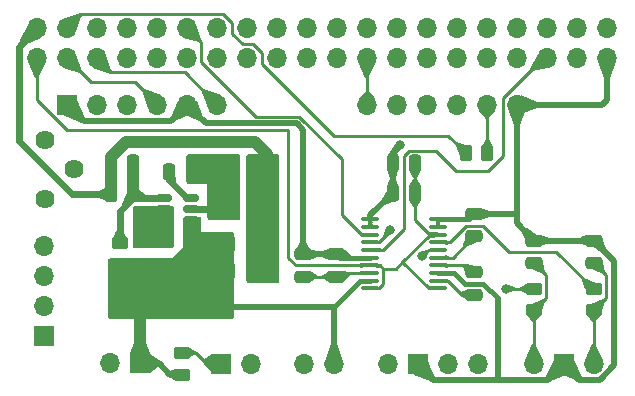
<source format=gtl>
%TF.GenerationSoftware,KiCad,Pcbnew,7.0.1*%
%TF.CreationDate,2023-07-06T22:47:11-05:00*%
%TF.ProjectId,squishbox1,73717569-7368-4626-9f78-312e6b696361,rev?*%
%TF.SameCoordinates,Original*%
%TF.FileFunction,Copper,L1,Top*%
%TF.FilePolarity,Positive*%
%FSLAX46Y46*%
G04 Gerber Fmt 4.6, Leading zero omitted, Abs format (unit mm)*
G04 Created by KiCad (PCBNEW 7.0.1) date 2023-07-06 22:47:11*
%MOMM*%
%LPD*%
G01*
G04 APERTURE LIST*
G04 Aperture macros list*
%AMRoundRect*
0 Rectangle with rounded corners*
0 $1 Rounding radius*
0 $2 $3 $4 $5 $6 $7 $8 $9 X,Y pos of 4 corners*
0 Add a 4 corners polygon primitive as box body*
4,1,4,$2,$3,$4,$5,$6,$7,$8,$9,$2,$3,0*
0 Add four circle primitives for the rounded corners*
1,1,$1+$1,$2,$3*
1,1,$1+$1,$4,$5*
1,1,$1+$1,$6,$7*
1,1,$1+$1,$8,$9*
0 Add four rect primitives between the rounded corners*
20,1,$1+$1,$2,$3,$4,$5,0*
20,1,$1+$1,$4,$5,$6,$7,0*
20,1,$1+$1,$6,$7,$8,$9,0*
20,1,$1+$1,$8,$9,$2,$3,0*%
G04 Aperture macros list end*
%TA.AperFunction,ComponentPad*%
%ADD10R,1.700000X1.700000*%
%TD*%
%TA.AperFunction,ComponentPad*%
%ADD11O,1.700000X1.700000*%
%TD*%
%TA.AperFunction,SMDPad,CuDef*%
%ADD12RoundRect,0.250000X0.250000X0.475000X-0.250000X0.475000X-0.250000X-0.475000X0.250000X-0.475000X0*%
%TD*%
%TA.AperFunction,SMDPad,CuDef*%
%ADD13RoundRect,0.250000X-0.262500X-0.450000X0.262500X-0.450000X0.262500X0.450000X-0.262500X0.450000X0*%
%TD*%
%TA.AperFunction,SMDPad,CuDef*%
%ADD14RoundRect,0.250000X-0.250000X-0.475000X0.250000X-0.475000X0.250000X0.475000X-0.250000X0.475000X0*%
%TD*%
%TA.AperFunction,SMDPad,CuDef*%
%ADD15R,1.600000X2.500000*%
%TD*%
%TA.AperFunction,SMDPad,CuDef*%
%ADD16RoundRect,0.250000X-0.475000X0.250000X-0.475000X-0.250000X0.475000X-0.250000X0.475000X0.250000X0*%
%TD*%
%TA.AperFunction,SMDPad,CuDef*%
%ADD17RoundRect,0.250000X0.475000X-0.250000X0.475000X0.250000X-0.475000X0.250000X-0.475000X-0.250000X0*%
%TD*%
%TA.AperFunction,SMDPad,CuDef*%
%ADD18RoundRect,0.100000X0.637500X0.100000X-0.637500X0.100000X-0.637500X-0.100000X0.637500X-0.100000X0*%
%TD*%
%TA.AperFunction,SMDPad,CuDef*%
%ADD19RoundRect,0.250000X-0.450000X0.262500X-0.450000X-0.262500X0.450000X-0.262500X0.450000X0.262500X0*%
%TD*%
%TA.AperFunction,SMDPad,CuDef*%
%ADD20RoundRect,0.150000X-0.512500X-0.150000X0.512500X-0.150000X0.512500X0.150000X-0.512500X0.150000X0*%
%TD*%
%TA.AperFunction,SMDPad,CuDef*%
%ADD21RoundRect,0.250000X0.450000X-0.262500X0.450000X0.262500X-0.450000X0.262500X-0.450000X-0.262500X0*%
%TD*%
%TA.AperFunction,ComponentPad*%
%ADD22C,1.620000*%
%TD*%
%TA.AperFunction,ViaPad*%
%ADD23C,0.800000*%
%TD*%
%TA.AperFunction,Conductor*%
%ADD24C,0.500000*%
%TD*%
%TA.AperFunction,Conductor*%
%ADD25C,0.400000*%
%TD*%
%TA.AperFunction,Conductor*%
%ADD26C,1.000000*%
%TD*%
%TA.AperFunction,Conductor*%
%ADD27C,0.250000*%
%TD*%
%TA.AperFunction,Conductor*%
%ADD28C,0.600000*%
%TD*%
G04 APERTURE END LIST*
D10*
%TO.P,U2,1,VSS*%
%TO.N,GND*%
X91000000Y-56000000D03*
D11*
%TO.P,U2,2,VDD*%
%TO.N,+5V*%
X93540000Y-56000000D03*
%TO.P,U2,3,VO*%
%TO.N,Net-(U2-VO)*%
X96080000Y-56000000D03*
%TO.P,U2,4,RS*%
%TO.N,Net-(J1-SDA{slash}GPIO2)*%
X98620000Y-56000000D03*
%TO.P,U2,5,R/~{W}*%
%TO.N,GND*%
X101160000Y-56000000D03*
%TO.P,U2,6,E*%
%TO.N,Net-(J1-SCL{slash}GPIO3)*%
X103700000Y-56000000D03*
%TO.P,U2,11,DB4*%
%TO.N,Net-(J1-SCLK0{slash}GPIO11)*%
X116400000Y-56000000D03*
%TO.P,U2,12,DB5*%
%TO.N,Net-(J1-GCLK1{slash}GPIO5)*%
X118940000Y-56000000D03*
%TO.P,U2,13,DB6*%
%TO.N,Net-(J1-GCLK2{slash}GPIO6)*%
X121480000Y-56000000D03*
%TO.P,U2,14,DB7*%
%TO.N,Net-(J1-PWM1{slash}GPIO13)*%
X124020000Y-56000000D03*
%TO.P,U2,15,A/VEE*%
%TO.N,Net-(U2-A{slash}VEE)*%
X126560000Y-56000000D03*
%TO.P,U2,16,K*%
%TO.N,GND*%
X129100000Y-56000000D03*
%TD*%
D10*
%TO.P,D1,1,Pin_1*%
%TO.N,Net-(D1-Pin_1)*%
X104000000Y-78000000D03*
D11*
%TO.P,D1,2,Pin_2*%
%TO.N,Net-(D1-Pin_2)*%
X106540000Y-78000000D03*
%TD*%
%TO.P,S1,1,Pin_1*%
%TO.N,Net-(J1-GPIO27)*%
X111069200Y-78000000D03*
%TO.P,S1,2,Pin_2*%
%TO.N,GND*%
X113609200Y-78000000D03*
%TD*%
D12*
%TO.P,C7,1*%
%TO.N,+3V3*%
X120446800Y-60960000D03*
%TO.P,C7,2*%
%TO.N,GND*%
X118546800Y-60960000D03*
%TD*%
D13*
%TO.P,R3,1*%
%TO.N,+5V*%
X124743200Y-60121800D03*
%TO.P,R3,2*%
%TO.N,Net-(U2-A{slash}VEE)*%
X126568200Y-60121800D03*
%TD*%
D12*
%TO.P,C3,1*%
%TO.N,/SW*%
X101534000Y-61722000D03*
%TO.P,C3,2*%
%TO.N,Net-(U3-BST)*%
X99634000Y-61722000D03*
%TD*%
D14*
%TO.P,C13,1*%
%TO.N,/5.2V*%
X94706400Y-60960000D03*
%TO.P,C13,2*%
%TO.N,/FB*%
X96606400Y-60960000D03*
%TD*%
D15*
%TO.P,L1,1*%
%TO.N,/SW*%
X103718000Y-63246000D03*
%TO.P,L1,2*%
%TO.N,/5.2V*%
X108118000Y-63246000D03*
%TD*%
D16*
%TO.P,C4,1*%
%TO.N,GND*%
X110947200Y-68661200D03*
%TO.P,C4,2*%
%TO.N,Net-(U1-LDOO)*%
X110947200Y-70561200D03*
%TD*%
%TO.P,C1,1*%
%TO.N,/VIN*%
X99303000Y-67668300D03*
%TO.P,C1,2*%
%TO.N,GND*%
X99303000Y-69568300D03*
%TD*%
D11*
%TO.P,J3,1,Pin_1*%
%TO.N,/GPIO22*%
X118120000Y-78000000D03*
D10*
%TO.P,J3,2,Pin_2*%
%TO.N,GND*%
X120660000Y-78000000D03*
D11*
%TO.P,J3,3,Pin_3*%
%TO.N,Net-(J1-MOSI0{slash}GPIO10)*%
X123200000Y-78000000D03*
%TO.P,J3,4,Pin_4*%
%TO.N,Net-(J1-MISO0{slash}GPIO9)*%
X125740000Y-78000000D03*
%TD*%
D12*
%TO.P,C11,1*%
%TO.N,/5.2V*%
X106614000Y-70104000D03*
%TO.P,C11,2*%
%TO.N,GND*%
X104714000Y-70104000D03*
%TD*%
D17*
%TO.P,C10,1*%
%TO.N,/ROUT*%
X135610600Y-69403000D03*
%TO.P,C10,2*%
%TO.N,GND*%
X135610600Y-67503000D03*
%TD*%
%TO.P,C9,1*%
%TO.N,/LOUT*%
X130556000Y-69403000D03*
%TO.P,C9,2*%
%TO.N,GND*%
X130556000Y-67503000D03*
%TD*%
D13*
%TO.P,R5,1*%
%TO.N,/5.2V*%
X94743900Y-63601600D03*
%TO.P,R5,2*%
%TO.N,/FB*%
X96568900Y-63601600D03*
%TD*%
D11*
%TO.P,J2,1,Pin_1*%
%TO.N,/ROUT*%
X135585200Y-77978000D03*
D10*
%TO.P,J2,2,Pin_2*%
%TO.N,GND*%
X133045200Y-77978000D03*
D11*
%TO.P,J2,3,Pin_3*%
%TO.N,/LOUT*%
X130505200Y-77978000D03*
%TD*%
D18*
%TO.P,U1,1,CPVDD*%
%TO.N,+3V3*%
X122394900Y-71555800D03*
%TO.P,U1,2,CAPP*%
%TO.N,Net-(U1-CAPP)*%
X122394900Y-70905800D03*
%TO.P,U1,3,CPGND*%
%TO.N,GND*%
X122394900Y-70255800D03*
%TO.P,U1,4,CAPM*%
%TO.N,Net-(U1-CAPM)*%
X122394900Y-69605800D03*
%TO.P,U1,5,VNEG*%
%TO.N,Net-(U1-VNEG)*%
X122394900Y-68955800D03*
%TO.P,U1,6,OUTL*%
%TO.N,Net-(U1-OUTL)*%
X122394900Y-68305800D03*
%TO.P,U1,7,OUTR*%
%TO.N,Net-(U1-OUTR)*%
X122394900Y-67655800D03*
%TO.P,U1,8,AVDD*%
%TO.N,+3V3*%
X122394900Y-67005800D03*
%TO.P,U1,9,AGND*%
%TO.N,GND*%
X122394900Y-66355800D03*
%TO.P,U1,10,DEMP*%
X122394900Y-65705800D03*
%TO.P,U1,11,FLT*%
X116669900Y-65705800D03*
%TO.P,U1,12,SCK*%
X116669900Y-66355800D03*
%TO.P,U1,13,BCK*%
%TO.N,Net-(J1-GPIO18{slash}PWM0)*%
X116669900Y-67005800D03*
%TO.P,U1,14,DIN*%
%TO.N,Net-(J1-GPIO21{slash}SCLK1)*%
X116669900Y-67655800D03*
%TO.P,U1,15,LRCK*%
%TO.N,Net-(J1-GPIO19{slash}MISO1)*%
X116669900Y-68305800D03*
%TO.P,U1,16,FMT*%
%TO.N,GND*%
X116669900Y-68955800D03*
%TO.P,U1,17,XSMT*%
%TO.N,+3V3*%
X116669900Y-69605800D03*
%TO.P,U1,18,LDOO*%
%TO.N,Net-(U1-LDOO)*%
X116669900Y-70255800D03*
%TO.P,U1,19,DGND*%
%TO.N,GND*%
X116669900Y-70905800D03*
%TO.P,U1,20,DVDD*%
%TO.N,+3V3*%
X116669900Y-71555800D03*
%TD*%
D19*
%TO.P,R6,1*%
%TO.N,/FB*%
X95453200Y-67718300D03*
%TO.P,R6,2*%
%TO.N,GND*%
X95453200Y-69543300D03*
%TD*%
D16*
%TO.P,C6,1*%
%TO.N,GND*%
X125476000Y-65257600D03*
%TO.P,C6,2*%
%TO.N,Net-(U1-VNEG)*%
X125476000Y-67157600D03*
%TD*%
D17*
%TO.P,C2,1*%
%TO.N,Net-(U1-LDOO)*%
X113774300Y-70561200D03*
%TO.P,C2,2*%
%TO.N,GND*%
X113774300Y-68661200D03*
%TD*%
D20*
%TO.P,U3,1,FB*%
%TO.N,/FB*%
X99212400Y-63893900D03*
%TO.P,U3,2,EN*%
%TO.N,/VIN*%
X99212400Y-64843900D03*
%TO.P,U3,3,IN*%
X99212400Y-65793900D03*
%TO.P,U3,4,GND*%
%TO.N,GND*%
X101487400Y-65793900D03*
%TO.P,U3,5,SW*%
%TO.N,/SW*%
X101487400Y-64843900D03*
%TO.P,U3,6,BST*%
%TO.N,Net-(U3-BST)*%
X101487400Y-63893900D03*
%TD*%
D12*
%TO.P,C12,1*%
%TO.N,/5.2V*%
X106614000Y-67818000D03*
%TO.P,C12,2*%
%TO.N,GND*%
X104714000Y-67818000D03*
%TD*%
%TO.P,C8,1*%
%TO.N,+3V3*%
X120446800Y-63474600D03*
%TO.P,C8,2*%
%TO.N,GND*%
X118546800Y-63474600D03*
%TD*%
D17*
%TO.P,C5,1*%
%TO.N,Net-(U1-CAPP)*%
X125476000Y-72095400D03*
%TO.P,C5,2*%
%TO.N,Net-(U1-CAPM)*%
X125476000Y-70195400D03*
%TD*%
D10*
%TO.P,J4,1,Pin_1*%
%TO.N,GND*%
X97180400Y-77901800D03*
D11*
%TO.P,J4,2,Pin_2*%
%TO.N,/VIN*%
X94640400Y-77901800D03*
%TD*%
D19*
%TO.P,R2,1*%
%TO.N,Net-(U1-OUTR)*%
X135559800Y-71592400D03*
%TO.P,R2,2*%
%TO.N,/ROUT*%
X135559800Y-73417400D03*
%TD*%
D21*
%TO.P,R4,1*%
%TO.N,GND*%
X100685600Y-78867000D03*
%TO.P,R4,2*%
%TO.N,Net-(D1-Pin_1)*%
X100685600Y-77042000D03*
%TD*%
D19*
%TO.P,R1,1*%
%TO.N,Net-(U1-OUTL)*%
X130530600Y-71592400D03*
%TO.P,R1,2*%
%TO.N,/LOUT*%
X130530600Y-73417400D03*
%TD*%
D11*
%TO.P,J1,1,3V3*%
%TO.N,+3V3*%
X88440000Y-52070000D03*
%TO.P,J1,2,5V*%
%TO.N,/5.2V*%
X88440000Y-49530000D03*
%TO.P,J1,3,SDA/GPIO2*%
%TO.N,Net-(J1-SDA{slash}GPIO2)*%
X90980000Y-52070000D03*
%TO.P,J1,4,5V*%
%TO.N,+5V*%
X90980000Y-49530000D03*
%TO.P,J1,5,SCL/GPIO3*%
%TO.N,Net-(J1-SCL{slash}GPIO3)*%
X93520000Y-52070000D03*
%TO.P,J1,6,GND*%
%TO.N,unconnected-(J1-GND-Pad6)*%
X93520000Y-49530000D03*
%TO.P,J1,7,GCLK0/GPIO4*%
%TO.N,unconnected-(J1-GCLK0{slash}GPIO4-Pad7)*%
X96060000Y-52070000D03*
%TO.P,J1,8,GPIO14/TXD*%
%TO.N,Net-(J1-GPIO14{slash}TXD)*%
X96060000Y-49530000D03*
%TO.P,J1,9,GND*%
%TO.N,GND*%
X98600000Y-52070000D03*
%TO.P,J1,10,GPIO15/RXD*%
%TO.N,Net-(J1-GPIO15{slash}RXD)*%
X98600000Y-49530000D03*
%TO.P,J1,11,GPIO17*%
%TO.N,Net-(D1-Pin_2)*%
X101140000Y-52070000D03*
%TO.P,J1,12,GPIO18/PWM0*%
%TO.N,Net-(J1-GPIO18{slash}PWM0)*%
X101140000Y-49530000D03*
%TO.P,J1,13,GPIO27*%
%TO.N,Net-(J1-GPIO27)*%
X103680000Y-52070000D03*
%TO.P,J1,14,GND*%
%TO.N,unconnected-(J1-GND-Pad14)*%
X103680000Y-49530000D03*
%TO.P,J1,15,GPIO22*%
%TO.N,/GPIO22*%
X106220000Y-52070000D03*
%TO.P,J1,16,GPIO23*%
%TO.N,unconnected-(J1-GPIO23-Pad16)*%
X106220000Y-49530000D03*
%TO.P,J1,17,3V3*%
%TO.N,unconnected-(J1-3V3-Pad17)*%
X108760000Y-52070000D03*
%TO.P,J1,18,GPIO24*%
%TO.N,unconnected-(J1-GPIO24-Pad18)*%
X108760000Y-49530000D03*
%TO.P,J1,19,MOSI0/GPIO10*%
%TO.N,Net-(J1-MOSI0{slash}GPIO10)*%
X111300000Y-52070000D03*
%TO.P,J1,20,GND*%
%TO.N,unconnected-(J1-GND-Pad20)*%
X111300000Y-49530000D03*
%TO.P,J1,21,MISO0/GPIO9*%
%TO.N,Net-(J1-MISO0{slash}GPIO9)*%
X113840000Y-52070000D03*
%TO.P,J1,22,GPIO25*%
%TO.N,unconnected-(J1-GPIO25-Pad22)*%
X113840000Y-49530000D03*
%TO.P,J1,23,SCLK0/GPIO11*%
%TO.N,Net-(J1-SCLK0{slash}GPIO11)*%
X116380000Y-52070000D03*
%TO.P,J1,24,~{CE0}/GPIO8*%
%TO.N,unconnected-(J1-~{CE0}{slash}GPIO8-Pad24)*%
X116380000Y-49530000D03*
%TO.P,J1,25,GND*%
%TO.N,unconnected-(J1-GND-Pad25)*%
X118920000Y-52070000D03*
%TO.P,J1,26,~{CE1}/GPIO7*%
%TO.N,unconnected-(J1-~{CE1}{slash}GPIO7-Pad26)*%
X118920000Y-49530000D03*
%TO.P,J1,27,ID_SD/GPIO0*%
%TO.N,unconnected-(J1-ID_SD{slash}GPIO0-Pad27)*%
X121460000Y-52070000D03*
%TO.P,J1,28,ID_SC/GPIO1*%
%TO.N,unconnected-(J1-ID_SC{slash}GPIO1-Pad28)*%
X121460000Y-49530000D03*
%TO.P,J1,29,GCLK1/GPIO5*%
%TO.N,Net-(J1-GCLK1{slash}GPIO5)*%
X124000000Y-52070000D03*
%TO.P,J1,30,GND*%
%TO.N,unconnected-(J1-GND-Pad30)*%
X124000000Y-49530000D03*
%TO.P,J1,31,GCLK2/GPIO6*%
%TO.N,Net-(J1-GCLK2{slash}GPIO6)*%
X126540000Y-52070000D03*
%TO.P,J1,32,PWM0/GPIO12*%
%TO.N,unconnected-(J1-PWM0{slash}GPIO12-Pad32)*%
X126540000Y-49530000D03*
%TO.P,J1,33,PWM1/GPIO13*%
%TO.N,Net-(J1-PWM1{slash}GPIO13)*%
X129080000Y-52070000D03*
%TO.P,J1,34,GND*%
%TO.N,unconnected-(J1-GND-Pad34)*%
X129080000Y-49530000D03*
%TO.P,J1,35,GPIO19/MISO1*%
%TO.N,Net-(J1-GPIO19{slash}MISO1)*%
X131620000Y-52070000D03*
%TO.P,J1,36,GPIO16*%
%TO.N,unconnected-(J1-GPIO16-Pad36)*%
X131620000Y-49530000D03*
%TO.P,J1,37,GPIO26*%
%TO.N,unconnected-(J1-GPIO26-Pad37)*%
X134160000Y-52070000D03*
%TO.P,J1,38,GPIO20/MOSI1*%
%TO.N,unconnected-(J1-GPIO20{slash}MOSI1-Pad38)*%
X134160000Y-49530000D03*
%TO.P,J1,39,GND*%
%TO.N,GND*%
X136700000Y-52070000D03*
%TO.P,J1,40,GPIO21/SCLK1*%
%TO.N,Net-(J1-GPIO21{slash}SCLK1)*%
X136700000Y-49530000D03*
%TD*%
%TO.P,J5,1,Pin_1*%
%TO.N,+5V*%
X89001600Y-67995800D03*
%TO.P,J5,2,Pin_2*%
%TO.N,Net-(J1-GPIO14{slash}TXD)*%
X89001600Y-70535800D03*
%TO.P,J5,3,Pin_3*%
%TO.N,Net-(J1-GPIO15{slash}RXD)*%
X89001600Y-73075800D03*
D10*
%TO.P,J5,4,Pin_4*%
%TO.N,GND*%
X89001600Y-75615800D03*
%TD*%
D22*
%TO.P,RV1,1,1*%
%TO.N,+5V*%
X89099000Y-63968000D03*
%TO.P,RV1,2,2*%
%TO.N,Net-(U2-VO)*%
X91599000Y-61468000D03*
%TO.P,RV1,3,3*%
%TO.N,GND*%
X89099000Y-58968000D03*
%TD*%
D23*
%TO.N,GND*%
X103632000Y-67564000D03*
X103632000Y-69596000D03*
X96520000Y-70612000D03*
X103632000Y-68580000D03*
X98552000Y-70612000D03*
X99568000Y-70612000D03*
X119200000Y-59400000D03*
X103632000Y-70612000D03*
X101600000Y-66548000D03*
X95504000Y-70612000D03*
%TO.N,/5.2V*%
X106680000Y-63246000D03*
X107696000Y-69596000D03*
X106680000Y-62230000D03*
X107696000Y-68580000D03*
X106680000Y-64262000D03*
X106680000Y-65278000D03*
X107696000Y-67564000D03*
X106680000Y-61214000D03*
X107696000Y-70612000D03*
%TO.N,Net-(J1-GPIO21{slash}SCLK1)*%
X118323900Y-66611800D03*
%TO.N,Net-(U1-OUTL)*%
X128154700Y-71592400D03*
X121049500Y-68853700D03*
%TO.N,/VIN*%
X97790000Y-65793900D03*
%TO.N,/SW*%
X105156000Y-63246000D03*
X105156000Y-65278000D03*
X105156000Y-64262000D03*
X105156000Y-62230000D03*
X105156000Y-61214000D03*
%TD*%
D24*
%TO.N,GND*%
X102751499Y-57591499D02*
X101160000Y-56000000D01*
X129100000Y-65257600D02*
X129100000Y-56000000D01*
D25*
X126240949Y-71145400D02*
X124649700Y-71145400D01*
D24*
X110947200Y-68661200D02*
X110947200Y-58115200D01*
X101487400Y-66660600D02*
X101600000Y-66548000D01*
X136278000Y-56000000D02*
X129100000Y-56000000D01*
D26*
X97180400Y-70967600D02*
X96520000Y-71628000D01*
D24*
X113609200Y-73202817D02*
X113609200Y-78000000D01*
X137325000Y-69217400D02*
X137325000Y-78076678D01*
D26*
X97180400Y-73304400D02*
X97180400Y-77901800D01*
X97536000Y-72644000D02*
X97180400Y-72999600D01*
D24*
X127508000Y-79325000D02*
X127500000Y-79317000D01*
D26*
X97180400Y-69568300D02*
X97180400Y-70256400D01*
D27*
X116669900Y-66355800D02*
X116669900Y-65705800D01*
D24*
X110947200Y-68661200D02*
X113774300Y-68661200D01*
D26*
X97180400Y-72999600D02*
X96520000Y-72644000D01*
D24*
X113558383Y-73152000D02*
X104394000Y-73152000D01*
D26*
X97180400Y-71272400D02*
X97536000Y-71628000D01*
X96520000Y-70612000D02*
X97180400Y-70967600D01*
X96520000Y-71628000D02*
X97180400Y-71272400D01*
D24*
X101600000Y-66548000D02*
X101487400Y-66435400D01*
X104394000Y-67564000D02*
X103632000Y-67564000D01*
D26*
X97180400Y-69568300D02*
X99303000Y-69568300D01*
D25*
X116669900Y-70905800D02*
X115804583Y-70905800D01*
D24*
X131698200Y-79325000D02*
X133045200Y-77978000D01*
D26*
X97536000Y-70612000D02*
X96520000Y-70612000D01*
D24*
X101487400Y-67383900D02*
X101487400Y-66660600D01*
X110947200Y-58115200D02*
X110423499Y-57591499D01*
X120672000Y-78000000D02*
X121997000Y-79325000D01*
D25*
X122394900Y-65705800D02*
X125027800Y-65705800D01*
D24*
X116669900Y-65351500D02*
X116669900Y-65705800D01*
D26*
X95453200Y-69543300D02*
X95478200Y-69568300D01*
D24*
X136123678Y-79278000D02*
X134345200Y-79278000D01*
X136700000Y-52070000D02*
X136700000Y-55578000D01*
D26*
X97180400Y-70256400D02*
X97536000Y-70612000D01*
D24*
X110423499Y-57591499D02*
X102751499Y-57591499D01*
X130556000Y-67503000D02*
X129100000Y-66047000D01*
X127500000Y-79317000D02*
X127500000Y-72404451D01*
X121997000Y-79325000D02*
X131698200Y-79325000D01*
X104394000Y-73152000D02*
X104394000Y-67564000D01*
X118546800Y-60053200D02*
X119200000Y-59400000D01*
D25*
X123760100Y-70255800D02*
X122394900Y-70255800D01*
D24*
X129100000Y-65257600D02*
X125476000Y-65257600D01*
X135610600Y-67503000D02*
X137325000Y-69217400D01*
X135610600Y-67503000D02*
X130556000Y-67503000D01*
X97180400Y-77901800D02*
X98729800Y-77901800D01*
D25*
X114068900Y-68955800D02*
X116669900Y-68955800D01*
D24*
X92404000Y-57404000D02*
X99756000Y-57404000D01*
X99303000Y-69568300D02*
X99849700Y-69568300D01*
X118546800Y-63474600D02*
X118546800Y-60960000D01*
X118546800Y-63474600D02*
X116669900Y-65351500D01*
X134345200Y-79278000D02*
X133045200Y-77978000D01*
X118546800Y-60960000D02*
X118546800Y-60053200D01*
X101487400Y-66435400D02*
X101487400Y-65793900D01*
X136700000Y-55578000D02*
X136278000Y-56000000D01*
D25*
X127500000Y-72404451D02*
X126240949Y-71145400D01*
X125027800Y-65705800D02*
X125476000Y-65257600D01*
X124649700Y-71145400D02*
X123760100Y-70255800D01*
D24*
X99756000Y-57404000D02*
X101160000Y-56000000D01*
D26*
X96520000Y-72644000D02*
X97180400Y-73304400D01*
D24*
X120660000Y-78000000D02*
X120672000Y-78000000D01*
X99695000Y-78867000D02*
X100685600Y-78867000D01*
X137325000Y-78076678D02*
X136123678Y-79278000D01*
X129100000Y-66047000D02*
X129100000Y-65257600D01*
X91000000Y-56000000D02*
X92404000Y-57404000D01*
D25*
X115804583Y-70905800D02*
X113558383Y-73152000D01*
D26*
X97180400Y-71983600D02*
X97180400Y-72288400D01*
D24*
X98729800Y-77901800D02*
X99695000Y-78867000D01*
D26*
X97180400Y-72288400D02*
X97536000Y-72644000D01*
D24*
X113558383Y-73152000D02*
X113609200Y-73202817D01*
D27*
X122394900Y-66355800D02*
X122394900Y-65705800D01*
D26*
X95478200Y-69568300D02*
X97180400Y-69568300D01*
X97536000Y-71628000D02*
X97180400Y-71983600D01*
D27*
%TO.N,Net-(U1-LDOO)*%
X114079700Y-70255800D02*
X113774300Y-70561200D01*
X113774300Y-70561200D02*
X110947200Y-70561200D01*
X116669900Y-70255800D02*
X114079700Y-70255800D01*
%TO.N,Net-(U1-CAPP)*%
X122394900Y-70905800D02*
X123204500Y-70905800D01*
X123204500Y-70905800D02*
X124394100Y-72095400D01*
X124394100Y-72095400D02*
X125476000Y-72095400D01*
%TO.N,Net-(U1-CAPM)*%
X122394900Y-69605800D02*
X124886400Y-69605800D01*
X124886400Y-69605800D02*
X125476000Y-70195400D01*
%TO.N,Net-(U1-VNEG)*%
X123677800Y-68955800D02*
X125476000Y-67157600D01*
X122394900Y-68955800D02*
X123677800Y-68955800D01*
%TO.N,/LOUT*%
X130505200Y-77978000D02*
X130505200Y-73442800D01*
X130530600Y-73417400D02*
X131569000Y-72379000D01*
X131569000Y-72379000D02*
X131569000Y-70416000D01*
X130505200Y-73442800D02*
X130530600Y-73417400D01*
X131569000Y-70416000D02*
X130556000Y-69403000D01*
%TO.N,/ROUT*%
X136617700Y-70410100D02*
X135610600Y-69403000D01*
X136617700Y-72359500D02*
X136617700Y-70410100D01*
X135585200Y-77978000D02*
X135585200Y-73442800D01*
X135559800Y-73417400D02*
X136617700Y-72359500D01*
X135585200Y-73442800D02*
X135559800Y-73417400D01*
%TO.N,Net-(D1-Pin_1)*%
X104000000Y-78000000D02*
X102824900Y-78000000D01*
X101866900Y-77042000D02*
X102824900Y-78000000D01*
X100685600Y-77042000D02*
X101866900Y-77042000D01*
%TO.N,+3V3*%
X109728000Y-68980173D02*
X109728000Y-58166000D01*
X117461000Y-69605800D02*
X116669900Y-69605800D01*
X117745900Y-69890700D02*
X117461000Y-69605800D01*
X121697100Y-67005800D02*
X120446800Y-65755500D01*
X121608300Y-71555800D02*
X122394900Y-71555800D01*
X109728000Y-58166000D02*
X91004900Y-58166000D01*
X110353627Y-69605800D02*
X109728000Y-68980173D01*
X117745900Y-69890700D02*
X117745900Y-71169500D01*
X88440000Y-55601100D02*
X88440000Y-52070000D01*
X118812200Y-69890700D02*
X117745900Y-69890700D01*
X117359600Y-71555800D02*
X116669900Y-71555800D01*
X122394900Y-67005800D02*
X121697100Y-67005800D01*
X119377700Y-69325200D02*
X118812200Y-69890700D01*
X120446800Y-63474600D02*
X120446800Y-60960000D01*
X91004900Y-58166000D02*
X88440000Y-55601100D01*
X116669900Y-69605800D02*
X110353627Y-69605800D01*
X117745900Y-71169500D02*
X117359600Y-71555800D01*
X120446800Y-65755500D02*
X120446800Y-63474600D01*
X119377700Y-69325200D02*
X121608300Y-71555800D01*
X121697100Y-67005800D02*
X119377700Y-69325200D01*
%TO.N,Net-(J1-SDA{slash}GPIO2)*%
X96772700Y-54100700D02*
X98620000Y-55948000D01*
X93010700Y-54100700D02*
X96772700Y-54100700D01*
X98620000Y-55948000D02*
X98620000Y-56000000D01*
X90980000Y-52070000D02*
X93010700Y-54100700D01*
D26*
%TO.N,/5.2V*%
X94706400Y-60960000D02*
X94706400Y-60436800D01*
D28*
X94743900Y-63601600D02*
X91409463Y-63601600D01*
D26*
X95961200Y-59182000D02*
X106934000Y-59182000D01*
X107630000Y-67498000D02*
X106680000Y-67498000D01*
D28*
X86890000Y-51080000D02*
X88440000Y-49530000D01*
D24*
X94743900Y-60960000D02*
X94706400Y-60960000D01*
D26*
X94743900Y-63601600D02*
X94743900Y-60960000D01*
D28*
X91409463Y-63601600D02*
X86890000Y-59082137D01*
D26*
X107950000Y-60198000D02*
X107950000Y-67498000D01*
D28*
X86890000Y-59082137D02*
X86890000Y-51080000D01*
D26*
X106934000Y-59182000D02*
X107950000Y-60198000D01*
X106680000Y-67498000D02*
X106680000Y-69784000D01*
X94706400Y-60436800D02*
X95961200Y-59182000D01*
X107950000Y-67498000D02*
X107762000Y-67498000D01*
X107762000Y-67498000D02*
X107696000Y-67564000D01*
X107696000Y-67564000D02*
X107630000Y-67498000D01*
D27*
%TO.N,Net-(J1-SCL{slash}GPIO3)*%
X94695100Y-53245100D02*
X100945100Y-53245100D01*
X100945100Y-53245100D02*
X103700000Y-56000000D01*
X93520000Y-52070000D02*
X94695100Y-53245100D01*
%TO.N,Net-(J1-GPIO18{slash}PWM0)*%
X102315100Y-52372200D02*
X106959898Y-57016998D01*
X102315100Y-50705100D02*
X102315100Y-52372200D01*
X114281900Y-60637433D02*
X114281900Y-65325300D01*
X106959898Y-57016998D02*
X110661465Y-57016998D01*
X114281900Y-65325300D02*
X115962400Y-67005800D01*
X110661465Y-57016998D02*
X114281900Y-60637433D01*
X101140000Y-49530000D02*
X102315100Y-50705100D01*
X115962400Y-67005800D02*
X116669900Y-67005800D01*
%TO.N,Net-(J1-SCLK0{slash}GPIO11)*%
X116380000Y-52070000D02*
X116380000Y-54804900D01*
X116400000Y-56000000D02*
X116400000Y-54824900D01*
X116380000Y-54804900D02*
X116400000Y-54824900D01*
%TO.N,Net-(J1-GPIO19{slash}MISO1)*%
X127892100Y-55475200D02*
X131297300Y-52070000D01*
X117702000Y-68305800D02*
X119502100Y-66505700D01*
X116669900Y-68305800D02*
X117702000Y-68305800D01*
X119502100Y-60364900D02*
X119960400Y-59906600D01*
X126614700Y-61614300D02*
X127892100Y-60336900D01*
X119502100Y-66505700D02*
X119502100Y-60364900D01*
X123943000Y-61614300D02*
X126614700Y-61614300D01*
X122235300Y-59906600D02*
X123943000Y-61614300D01*
X131297300Y-52070000D02*
X131620000Y-52070000D01*
X127892100Y-60336900D02*
X127892100Y-55475200D01*
X119960400Y-59906600D02*
X122235300Y-59906600D01*
%TO.N,Net-(J1-GPIO21{slash}SCLK1)*%
X117393000Y-67655800D02*
X116669900Y-67655800D01*
X118323900Y-66724900D02*
X117393000Y-67655800D01*
X118323900Y-66611800D02*
X118323900Y-66724900D01*
%TO.N,Net-(U1-OUTL)*%
X121597400Y-68305800D02*
X121049500Y-68853700D01*
X122394900Y-68305800D02*
X121597400Y-68305800D01*
X128154700Y-71592400D02*
X130530600Y-71592400D01*
%TO.N,Net-(U1-OUTR)*%
X128401000Y-68453000D02*
X132420400Y-68453000D01*
X124754300Y-66297500D02*
X126245500Y-66297500D01*
X132420400Y-68453000D02*
X135559800Y-71592400D01*
X126245500Y-66297500D02*
X128401000Y-68453000D01*
X123396000Y-67655800D02*
X124754300Y-66297500D01*
X122394900Y-67655800D02*
X123396000Y-67655800D01*
%TO.N,Net-(U2-A{slash}VEE)*%
X126568200Y-57183300D02*
X126560000Y-57175100D01*
X126560000Y-56000000D02*
X126560000Y-57175100D01*
X126568200Y-60121800D02*
X126568200Y-57183300D01*
%TO.N,+5V*%
X113587400Y-58640000D02*
X123261400Y-58640000D01*
X92163100Y-48346900D02*
X104221800Y-48346900D01*
X104950000Y-49075100D02*
X104950000Y-49995400D01*
X123261400Y-58640000D02*
X124743200Y-60121800D01*
X104221800Y-48346900D02*
X104950000Y-49075100D01*
X105849400Y-50894800D02*
X106745700Y-50894800D01*
X107490000Y-51639100D02*
X107490000Y-52542600D01*
X107490000Y-52542600D02*
X113587400Y-58640000D01*
X106745700Y-50894800D02*
X107490000Y-51639100D01*
X104950000Y-49995400D02*
X105849400Y-50894800D01*
X90980000Y-49530000D02*
X92163100Y-48346900D01*
D24*
%TO.N,/VIN*%
X99212400Y-65793900D02*
X99303000Y-65884500D01*
X99303000Y-65884500D02*
X99303000Y-67668300D01*
X99212400Y-65793900D02*
X97790000Y-65793900D01*
X99212400Y-65793900D02*
X99212400Y-64843900D01*
D28*
%TO.N,/FB*%
X96568900Y-63893900D02*
X99212400Y-63893900D01*
X95453200Y-67718300D02*
X95453200Y-65009600D01*
X95453200Y-65009600D02*
X96568900Y-63893900D01*
D26*
X96606400Y-63564100D02*
X96606400Y-60960000D01*
D28*
X96568900Y-63893900D02*
X96568900Y-63601600D01*
X96568900Y-63601600D02*
X96606400Y-63564100D01*
%TO.N,/SW*%
X101534000Y-61722000D02*
X103632000Y-61722000D01*
X103718000Y-61808000D02*
X103718000Y-63246000D01*
X103632000Y-61722000D02*
X103718000Y-61808000D01*
X103718000Y-64843900D02*
X103718000Y-63246000D01*
X101487400Y-64843900D02*
X103718000Y-64843900D01*
D27*
%TO.N,Net-(U3-BST)*%
X99634000Y-61722000D02*
X99634000Y-62040500D01*
D28*
X99634000Y-62040500D02*
X99634000Y-62422250D01*
X99634000Y-62422250D02*
X101105650Y-63893900D01*
X101105650Y-63893900D02*
X101487400Y-63893900D01*
%TD*%
%TA.AperFunction,Conductor*%
%TO.N,+3V3*%
G36*
X120455753Y-63484241D02*
G01*
X120922629Y-64039161D01*
X120925317Y-64045518D01*
X120923954Y-64052284D01*
X120575123Y-64693491D01*
X120570823Y-64697958D01*
X120564845Y-64699600D01*
X120328755Y-64699600D01*
X120322777Y-64697958D01*
X120318477Y-64693491D01*
X119969645Y-64052284D01*
X119968282Y-64045518D01*
X119970969Y-64039162D01*
X120437847Y-63484240D01*
X120443449Y-63480563D01*
X120450151Y-63480563D01*
X120455753Y-63484241D01*
G37*
%TD.AperFunction*%
%TD*%
%TA.AperFunction,Conductor*%
%TO.N,+3V3*%
G36*
X117407558Y-69491116D02*
G01*
X117638902Y-69613521D01*
X117643909Y-69618659D01*
X117644976Y-69625753D01*
X117641703Y-69632136D01*
X117479329Y-69794510D01*
X117471616Y-69797924D01*
X117309480Y-69805700D01*
X117305410Y-69805174D01*
X116716755Y-69620050D01*
X116710582Y-69615456D01*
X116708597Y-69608022D01*
X116711659Y-69600962D01*
X116718441Y-69597333D01*
X117400268Y-69489902D01*
X117407558Y-69491116D01*
G37*
%TD.AperFunction*%
%TD*%
%TA.AperFunction,Conductor*%
%TO.N,GND*%
G36*
X121510952Y-77623722D02*
G01*
X121514772Y-77628438D01*
X121835231Y-78348810D01*
X122157268Y-79072730D01*
X122158278Y-79077485D01*
X122158278Y-79557749D01*
X122155893Y-79564829D01*
X122149710Y-79569022D01*
X122142250Y-79568619D01*
X122132730Y-79564829D01*
X121730005Y-79404495D01*
X120347914Y-78854254D01*
X120341535Y-78848101D01*
X120341300Y-78839242D01*
X120657282Y-78004537D01*
X120659703Y-78000663D01*
X120663424Y-77998012D01*
X121499291Y-77622520D01*
X121505281Y-77621556D01*
X121510952Y-77623722D01*
G37*
%TD.AperFunction*%
%TD*%
%TA.AperFunction,Conductor*%
%TO.N,GND*%
G36*
X118927124Y-59127075D02*
G01*
X119200707Y-59399293D01*
X119200749Y-59399335D01*
X119472924Y-59672875D01*
X119476101Y-59678822D01*
X119475468Y-59685534D01*
X119471237Y-59690783D01*
X118819104Y-60136978D01*
X118811414Y-60138972D01*
X118804224Y-60135595D01*
X118464404Y-59795775D01*
X118461027Y-59788585D01*
X118463021Y-59780895D01*
X118909217Y-59128760D01*
X118914465Y-59124531D01*
X118921177Y-59123898D01*
X118927124Y-59127075D01*
G37*
%TD.AperFunction*%
%TD*%
%TA.AperFunction,Conductor*%
%TO.N,Net-(U1-OUTL)*%
G36*
X121620128Y-68191236D02*
G01*
X121622553Y-68198368D01*
X121622553Y-68428793D01*
X121621885Y-68432691D01*
X121549745Y-68636866D01*
X121546986Y-68641241D01*
X121505193Y-68683034D01*
X121459814Y-68785808D01*
X121456900Y-68810935D01*
X121456900Y-68897643D01*
X121456232Y-68901541D01*
X121423158Y-68995150D01*
X121419575Y-69000274D01*
X121413865Y-69002822D01*
X121407659Y-69002066D01*
X121052999Y-68855558D01*
X121049187Y-68853012D01*
X121046647Y-68849198D01*
X120900855Y-68494908D01*
X120900864Y-68485983D01*
X120907163Y-68479662D01*
X121606342Y-68187572D01*
X121613858Y-68187061D01*
X121620128Y-68191236D01*
G37*
%TD.AperFunction*%
%TD*%
%TA.AperFunction,Conductor*%
%TO.N,/LOUT*%
G36*
X131272417Y-69420673D02*
G01*
X131279277Y-69423116D01*
X131283363Y-69429147D01*
X131491896Y-70157394D01*
X131491975Y-70163547D01*
X131488921Y-70168888D01*
X131322738Y-70335071D01*
X131316564Y-70338308D01*
X131309644Y-70337459D01*
X131304363Y-70335071D01*
X130359199Y-69907660D01*
X130353145Y-69901313D01*
X130353204Y-69892541D01*
X130552225Y-69409733D01*
X130556658Y-69404390D01*
X130563340Y-69402499D01*
X131272417Y-69420673D01*
G37*
%TD.AperFunction*%
%TD*%
%TA.AperFunction,Conductor*%
%TO.N,GND*%
G36*
X129891199Y-66481499D02*
G01*
X130754452Y-66997823D01*
X130759551Y-67004179D01*
X130759263Y-67012323D01*
X130559775Y-67496263D01*
X130555341Y-67501609D01*
X130548658Y-67503500D01*
X129838284Y-67485293D01*
X129832146Y-67483367D01*
X129827955Y-67478487D01*
X129769319Y-67351021D01*
X129533221Y-66837771D01*
X129532334Y-66830822D01*
X129535576Y-66824613D01*
X129876922Y-66483267D01*
X129883756Y-66479930D01*
X129891199Y-66481499D01*
G37*
%TD.AperFunction*%
%TD*%
%TA.AperFunction,Conductor*%
%TO.N,Net-(U1-LDOO)*%
G36*
X111524883Y-70084044D02*
G01*
X111748130Y-70205496D01*
X112166091Y-70432877D01*
X112170558Y-70437177D01*
X112172200Y-70443155D01*
X112172200Y-70679245D01*
X112170558Y-70685223D01*
X112166091Y-70689523D01*
X111524884Y-71038354D01*
X111518118Y-71039717D01*
X111511761Y-71037029D01*
X110956841Y-70570152D01*
X110953163Y-70564550D01*
X110953163Y-70557848D01*
X110956839Y-70552248D01*
X111511762Y-70085369D01*
X111518118Y-70082682D01*
X111524883Y-70084044D01*
G37*
%TD.AperFunction*%
%TD*%
%TA.AperFunction,Conductor*%
%TO.N,Net-(U1-VNEG)*%
G36*
X123074032Y-68764278D02*
G01*
X123323617Y-68828539D01*
X123329947Y-68832701D01*
X123332400Y-68839869D01*
X123332400Y-69071731D01*
X123329947Y-69078899D01*
X123323617Y-69083061D01*
X123073737Y-69147397D01*
X123067621Y-69147321D01*
X122433488Y-68967054D01*
X122427351Y-68962852D01*
X122424987Y-68955800D01*
X122427351Y-68948748D01*
X122433488Y-68944546D01*
X122826928Y-68832701D01*
X123067621Y-68764277D01*
X123073736Y-68764202D01*
X123074032Y-68764278D01*
G37*
%TD.AperFunction*%
%TD*%
%TA.AperFunction,Conductor*%
%TO.N,+3V3*%
G36*
X122385614Y-67004394D02*
G01*
X122393008Y-67007730D01*
X122396454Y-67015075D01*
X122411651Y-67194155D01*
X122408940Y-67202683D01*
X122400995Y-67206801D01*
X121837526Y-67255257D01*
X121836524Y-67255300D01*
X121712535Y-67255300D01*
X121687407Y-67258215D01*
X121661197Y-67269786D01*
X121657475Y-67270740D01*
X121609792Y-67274842D01*
X121604779Y-67274176D01*
X121600516Y-67271458D01*
X121437943Y-67108885D01*
X121434721Y-67102795D01*
X121435486Y-67095948D01*
X121439969Y-67090718D01*
X121654162Y-66955503D01*
X121661221Y-66953727D01*
X122385614Y-67004394D01*
G37*
%TD.AperFunction*%
%TD*%
%TA.AperFunction,Conductor*%
%TO.N,Net-(J1-SCL{slash}GPIO3)*%
G36*
X94305606Y-51751595D02*
G01*
X94309104Y-51756951D01*
X94732730Y-53118403D01*
X94733258Y-53121879D01*
X94733258Y-53353848D01*
X94731003Y-53360753D01*
X94725109Y-53364996D01*
X94717845Y-53364943D01*
X93986107Y-53120100D01*
X93206603Y-52859274D01*
X93201378Y-52855729D01*
X93198756Y-52849984D01*
X93199501Y-52843716D01*
X93517147Y-52074485D01*
X93519684Y-52070683D01*
X93523483Y-52068145D01*
X94293461Y-51749615D01*
X94299814Y-51748879D01*
X94305606Y-51751595D01*
G37*
%TD.AperFunction*%
%TD*%
%TA.AperFunction,Conductor*%
%TO.N,/ROUT*%
G36*
X136341621Y-72470176D02*
G01*
X136507688Y-72636243D01*
X136510780Y-72641738D01*
X136510572Y-72648039D01*
X136262476Y-73433708D01*
X136258072Y-73439739D01*
X136250917Y-73441878D01*
X135566632Y-73418366D01*
X135560360Y-73416283D01*
X135556217Y-73411132D01*
X135351850Y-72915416D01*
X135351803Y-72906614D01*
X135357904Y-72900270D01*
X136328589Y-72467761D01*
X136335479Y-72466945D01*
X136341621Y-72470176D01*
G37*
%TD.AperFunction*%
%TD*%
%TA.AperFunction,Conductor*%
%TO.N,GND*%
G36*
X118795279Y-62251749D02*
G01*
X118799555Y-62257406D01*
X119025543Y-62897621D01*
X119026021Y-62903610D01*
X119023463Y-62909047D01*
X118555753Y-63464958D01*
X118550151Y-63468636D01*
X118543449Y-63468636D01*
X118537847Y-63464958D01*
X118070136Y-62909047D01*
X118067578Y-62903610D01*
X118068055Y-62897623D01*
X118294045Y-62257406D01*
X118298321Y-62251749D01*
X118305078Y-62249600D01*
X118788522Y-62249600D01*
X118795279Y-62251749D01*
G37*
%TD.AperFunction*%
%TD*%
%TA.AperFunction,Conductor*%
%TO.N,GND*%
G36*
X98038239Y-77110165D02*
G01*
X99002151Y-77823437D01*
X99006138Y-77828713D01*
X99006628Y-77835308D01*
X99003464Y-77841115D01*
X98659734Y-78184845D01*
X98659292Y-78185265D01*
X98038651Y-78744367D01*
X98030515Y-78747370D01*
X98022547Y-78743947D01*
X97188241Y-77909641D01*
X97185180Y-77904273D01*
X97185281Y-77898094D01*
X97188513Y-77892832D01*
X98023283Y-77111028D01*
X98030603Y-77107890D01*
X98038239Y-77110165D01*
G37*
%TD.AperFunction*%
%TD*%
%TA.AperFunction,Conductor*%
%TO.N,Net-(U1-CAPM)*%
G36*
X123074032Y-69414278D02*
G01*
X123323617Y-69478539D01*
X123329947Y-69482701D01*
X123332400Y-69489869D01*
X123332400Y-69721731D01*
X123329947Y-69728899D01*
X123323617Y-69733061D01*
X123073737Y-69797397D01*
X123067621Y-69797321D01*
X122433488Y-69617054D01*
X122427351Y-69612852D01*
X122424987Y-69605800D01*
X122427351Y-69598748D01*
X122433488Y-69594546D01*
X122826928Y-69482701D01*
X123067621Y-69414277D01*
X123073736Y-69414202D01*
X123074032Y-69414278D01*
G37*
%TD.AperFunction*%
%TD*%
%TA.AperFunction,Conductor*%
%TO.N,+3V3*%
G36*
X120570823Y-62251242D02*
G01*
X120575123Y-62255709D01*
X120923954Y-62896915D01*
X120925317Y-62903681D01*
X120922629Y-62910038D01*
X120455753Y-63464958D01*
X120450151Y-63468636D01*
X120443449Y-63468636D01*
X120437847Y-63464958D01*
X119970970Y-62910038D01*
X119968282Y-62903681D01*
X119969644Y-62896917D01*
X120318477Y-62255709D01*
X120322777Y-62251242D01*
X120328755Y-62249600D01*
X120564845Y-62249600D01*
X120570823Y-62251242D01*
G37*
%TD.AperFunction*%
%TD*%
%TA.AperFunction,Conductor*%
%TO.N,+5V*%
G36*
X123973836Y-59171026D02*
G01*
X124759510Y-59419123D01*
X124765540Y-59423527D01*
X124767679Y-59430682D01*
X124744166Y-60114967D01*
X124742083Y-60121239D01*
X124736932Y-60125382D01*
X124241216Y-60329749D01*
X124232414Y-60329796D01*
X124226070Y-60323694D01*
X124133067Y-60114967D01*
X123793561Y-59353011D01*
X123792745Y-59346120D01*
X123795974Y-59339980D01*
X123962045Y-59173909D01*
X123967538Y-59170819D01*
X123973836Y-59171026D01*
G37*
%TD.AperFunction*%
%TD*%
%TA.AperFunction,Conductor*%
%TO.N,GND*%
G36*
X111196108Y-67662960D02*
G01*
X111200422Y-67667709D01*
X111443458Y-68158615D01*
X111444514Y-68165726D01*
X111441213Y-68172112D01*
X110955440Y-68654025D01*
X110947200Y-68657419D01*
X110938960Y-68654025D01*
X110717029Y-68433858D01*
X110453185Y-68172110D01*
X110449885Y-68165726D01*
X110450940Y-68158617D01*
X110693978Y-67667709D01*
X110698292Y-67662960D01*
X110704463Y-67661200D01*
X111189937Y-67661200D01*
X111196108Y-67662960D01*
G37*
%TD.AperFunction*%
%TD*%
%TA.AperFunction,Conductor*%
%TO.N,Net-(U1-LDOO)*%
G36*
X113209738Y-70085370D02*
G01*
X113764658Y-70552247D01*
X113768336Y-70557849D01*
X113768336Y-70564551D01*
X113764658Y-70570153D01*
X113209738Y-71037029D01*
X113203381Y-71039717D01*
X113196615Y-71038354D01*
X112555409Y-70689523D01*
X112550942Y-70685223D01*
X112549300Y-70679245D01*
X112549300Y-70443155D01*
X112550942Y-70437177D01*
X112555409Y-70432877D01*
X112785965Y-70307448D01*
X113196617Y-70084044D01*
X113203381Y-70082682D01*
X113209738Y-70085370D01*
G37*
%TD.AperFunction*%
%TD*%
%TA.AperFunction,Conductor*%
%TO.N,/SW*%
G36*
X105475971Y-60200381D02*
G01*
X105516346Y-60208412D01*
X105561043Y-60226927D01*
X105584913Y-60242877D01*
X105619122Y-60277086D01*
X105635072Y-60300956D01*
X105653588Y-60345656D01*
X105661617Y-60386019D01*
X105664000Y-60410211D01*
X105664000Y-65573789D01*
X105661617Y-65597982D01*
X105653588Y-65638344D01*
X105635072Y-65683043D01*
X105619122Y-65706913D01*
X105584913Y-65741122D01*
X105561043Y-65757072D01*
X105516344Y-65775588D01*
X105499841Y-65778870D01*
X105475978Y-65783617D01*
X105451789Y-65786000D01*
X103082211Y-65786000D01*
X103058020Y-65783617D01*
X103042744Y-65780578D01*
X103017656Y-65775588D01*
X102972956Y-65757072D01*
X102949086Y-65741122D01*
X102914877Y-65706913D01*
X102898927Y-65683043D01*
X102880412Y-65638346D01*
X102872381Y-65597971D01*
X102870000Y-65573789D01*
X102870000Y-62937998D01*
X102870000Y-62738000D01*
X102670002Y-62738000D01*
X101304211Y-62738000D01*
X101280020Y-62735617D01*
X101264744Y-62732578D01*
X101239656Y-62727588D01*
X101194956Y-62709072D01*
X101171086Y-62693122D01*
X101136877Y-62658913D01*
X101120927Y-62635043D01*
X101102412Y-62590346D01*
X101094381Y-62549971D01*
X101092000Y-62525789D01*
X101092000Y-60410211D01*
X101094381Y-60386027D01*
X101102412Y-60345653D01*
X101120927Y-60300956D01*
X101136877Y-60277086D01*
X101171086Y-60242877D01*
X101194956Y-60226927D01*
X101239653Y-60208412D01*
X101280027Y-60200381D01*
X101304211Y-60198000D01*
X105451789Y-60198000D01*
X105475971Y-60200381D01*
G37*
%TD.AperFunction*%
%TD*%
%TA.AperFunction,Conductor*%
%TO.N,GND*%
G36*
X126052976Y-64778855D02*
G01*
X126315498Y-64871522D01*
X126693194Y-65004845D01*
X126698851Y-65009121D01*
X126701000Y-65015878D01*
X126701000Y-65499322D01*
X126698851Y-65506079D01*
X126693194Y-65510355D01*
X126052978Y-65736343D01*
X126046989Y-65736821D01*
X126041552Y-65734263D01*
X125485641Y-65266552D01*
X125481963Y-65260950D01*
X125481963Y-65254248D01*
X125485639Y-65248648D01*
X126041554Y-64780934D01*
X126046989Y-64778378D01*
X126052976Y-64778855D01*
G37*
%TD.AperFunction*%
%TD*%
%TA.AperFunction,Conductor*%
%TO.N,Net-(U1-OUTL)*%
G36*
X129991123Y-71104522D02*
G01*
X130521978Y-71583715D01*
X130525386Y-71589180D01*
X130525386Y-71595620D01*
X130521978Y-71601085D01*
X129991123Y-72080277D01*
X129984623Y-72083215D01*
X129977624Y-72081833D01*
X129324141Y-71720738D01*
X129319723Y-71716442D01*
X129318100Y-71710497D01*
X129318100Y-71474303D01*
X129319723Y-71468358D01*
X129324141Y-71464062D01*
X129408451Y-71417474D01*
X129977625Y-71102965D01*
X129984623Y-71101584D01*
X129991123Y-71104522D01*
G37*
%TD.AperFunction*%
%TD*%
%TA.AperFunction,Conductor*%
%TO.N,Net-(U1-OUTL)*%
G36*
X122346974Y-68297167D02*
G01*
X122353727Y-68300821D01*
X122356760Y-68307877D01*
X122354764Y-68315294D01*
X122348600Y-68319875D01*
X121759537Y-68505127D01*
X121755164Y-68505634D01*
X121591129Y-68493503D01*
X121583719Y-68490108D01*
X121421297Y-68327686D01*
X121418020Y-68321278D01*
X121419114Y-68314164D01*
X121424163Y-68309037D01*
X121658000Y-68187241D01*
X121665284Y-68186071D01*
X122346974Y-68297167D01*
G37*
%TD.AperFunction*%
%TD*%
%TA.AperFunction,Conductor*%
%TO.N,Net-(J1-SDA{slash}GPIO2)*%
G36*
X97544526Y-54691335D02*
G01*
X98933941Y-55210465D01*
X98938956Y-55214084D01*
X98941426Y-55219754D01*
X98940660Y-55225891D01*
X98622562Y-55996214D01*
X98620021Y-56000021D01*
X98616214Y-56002562D01*
X97846390Y-56320454D01*
X97840085Y-56321195D01*
X97834321Y-56318533D01*
X97830796Y-56313253D01*
X97362914Y-54872294D01*
X97362667Y-54865951D01*
X97365768Y-54860412D01*
X97532160Y-54694020D01*
X97537947Y-54690862D01*
X97544526Y-54691335D01*
G37*
%TD.AperFunction*%
%TD*%
%TA.AperFunction,Conductor*%
%TO.N,GND*%
G36*
X132205953Y-77605370D02*
G01*
X133041762Y-77976032D01*
X133045498Y-77978665D01*
X133047940Y-77982532D01*
X133368523Y-78817321D01*
X133368343Y-78826152D01*
X133362040Y-78832340D01*
X132775779Y-79072759D01*
X131567201Y-79568382D01*
X131559709Y-79568851D01*
X131553473Y-79564669D01*
X131551064Y-79557557D01*
X131551064Y-79077443D01*
X131552043Y-79072759D01*
X131657077Y-78832340D01*
X132190490Y-77611380D01*
X132194285Y-77606636D01*
X132199950Y-77604434D01*
X132205953Y-77605370D01*
G37*
%TD.AperFunction*%
%TD*%
%TA.AperFunction,Conductor*%
%TO.N,GND*%
G36*
X100385274Y-55679084D02*
G01*
X101156216Y-55997438D01*
X101160021Y-55999978D01*
X101162562Y-56003785D01*
X101480914Y-56774723D01*
X101480954Y-56783557D01*
X101474807Y-56789900D01*
X100142018Y-57375639D01*
X100135151Y-57376427D01*
X100129038Y-57373201D01*
X99786798Y-57030961D01*
X99783572Y-57024848D01*
X99784359Y-57017983D01*
X100370099Y-55685191D01*
X100376442Y-55679045D01*
X100385274Y-55679084D01*
G37*
%TD.AperFunction*%
%TD*%
%TA.AperFunction,Conductor*%
%TO.N,GND*%
G36*
X118056122Y-63271335D02*
G01*
X118540064Y-63470824D01*
X118545409Y-63475258D01*
X118547300Y-63481941D01*
X118529093Y-64192315D01*
X118527167Y-64198453D01*
X118522287Y-64202644D01*
X117881574Y-64497377D01*
X117874622Y-64498265D01*
X117868411Y-64495021D01*
X117527068Y-64153678D01*
X117523730Y-64146843D01*
X117525299Y-64139400D01*
X118041624Y-63276145D01*
X118047979Y-63271048D01*
X118056122Y-63271335D01*
G37*
%TD.AperFunction*%
%TD*%
%TA.AperFunction,Conductor*%
%TO.N,GND*%
G36*
X97679074Y-76203779D02*
G01*
X97683383Y-76209045D01*
X98027432Y-77044592D01*
X98028086Y-77051338D01*
X98024891Y-77057315D01*
X97188677Y-77894512D01*
X97183429Y-77897545D01*
X97177369Y-77897545D01*
X97172122Y-77894513D01*
X96335907Y-77057313D01*
X96332713Y-77051338D01*
X96333366Y-77044595D01*
X96677416Y-76209045D01*
X96681726Y-76203779D01*
X96688236Y-76201800D01*
X97672564Y-76201800D01*
X97679074Y-76203779D01*
G37*
%TD.AperFunction*%
%TD*%
%TA.AperFunction,Conductor*%
%TO.N,/ROUT*%
G36*
X136327017Y-69420673D02*
G01*
X136333877Y-69423116D01*
X136337963Y-69429147D01*
X136546496Y-70157394D01*
X136546575Y-70163547D01*
X136543521Y-70168888D01*
X136377338Y-70335071D01*
X136371164Y-70338308D01*
X136364244Y-70337459D01*
X136358963Y-70335071D01*
X135413799Y-69907660D01*
X135407745Y-69901313D01*
X135407804Y-69892541D01*
X135606825Y-69409733D01*
X135611258Y-69404390D01*
X135617940Y-69402499D01*
X136327017Y-69420673D01*
G37*
%TD.AperFunction*%
%TD*%
%TA.AperFunction,Conductor*%
%TO.N,Net-(J1-SCLK0{slash}GPIO11)*%
G36*
X116471246Y-54723124D02*
G01*
X116476527Y-54726940D01*
X116606392Y-54893326D01*
X116994682Y-55390812D01*
X116997137Y-55398721D01*
X116993742Y-55406274D01*
X116408980Y-55992414D01*
X116403734Y-55995450D01*
X116397673Y-55995454D01*
X116392424Y-55992424D01*
X115807125Y-55407125D01*
X115803698Y-55398928D01*
X115807018Y-55390687D01*
X116291612Y-54893288D01*
X116459034Y-54725865D01*
X116464741Y-54722724D01*
X116471246Y-54723124D01*
G37*
%TD.AperFunction*%
%TD*%
%TA.AperFunction,Conductor*%
%TO.N,+3V3*%
G36*
X115997178Y-69414278D02*
G01*
X116631311Y-69594546D01*
X116637448Y-69598748D01*
X116639812Y-69605800D01*
X116637448Y-69612852D01*
X116631311Y-69617054D01*
X115997178Y-69797321D01*
X115991062Y-69797397D01*
X115741183Y-69733061D01*
X115734853Y-69728899D01*
X115732400Y-69721731D01*
X115732400Y-69489869D01*
X115734853Y-69482701D01*
X115741183Y-69478539D01*
X115853892Y-69449519D01*
X115991063Y-69414202D01*
X115997178Y-69414278D01*
G37*
%TD.AperFunction*%
%TD*%
%TA.AperFunction,Conductor*%
%TO.N,Net-(D1-Pin_1)*%
G36*
X103156665Y-77156665D02*
G01*
X103991390Y-77991390D01*
X103994529Y-77997083D01*
X103994144Y-78003573D01*
X103990354Y-78008856D01*
X103158994Y-78663342D01*
X103150501Y-78665781D01*
X103142724Y-78661585D01*
X102595722Y-77997083D01*
X102372100Y-77725426D01*
X102369448Y-77717426D01*
X102372860Y-77709719D01*
X102541242Y-77541337D01*
X102543182Y-77539774D01*
X103142069Y-77155093D01*
X103149644Y-77153305D01*
X103156665Y-77156665D01*
G37*
%TD.AperFunction*%
%TD*%
%TA.AperFunction,Conductor*%
%TO.N,GND*%
G36*
X113208747Y-68184536D02*
G01*
X113764658Y-68652247D01*
X113768336Y-68657849D01*
X113768336Y-68664551D01*
X113764658Y-68670153D01*
X113208747Y-69137863D01*
X113203310Y-69140421D01*
X113197321Y-69139943D01*
X112557106Y-68913955D01*
X112551449Y-68909679D01*
X112549300Y-68902922D01*
X112549300Y-68419478D01*
X112551449Y-68412721D01*
X112557106Y-68408445D01*
X112809790Y-68319250D01*
X113197323Y-68182455D01*
X113203310Y-68181978D01*
X113208747Y-68184536D01*
G37*
%TD.AperFunction*%
%TD*%
%TA.AperFunction,Conductor*%
%TO.N,GND*%
G36*
X129104489Y-56000865D02*
G01*
X129874732Y-56320891D01*
X129881006Y-56327109D01*
X129881146Y-56335941D01*
X129352903Y-57692545D01*
X129348604Y-57697958D01*
X129342000Y-57700000D01*
X128858000Y-57700000D01*
X128851396Y-57697958D01*
X128847097Y-57692545D01*
X128318853Y-56335941D01*
X128318993Y-56327109D01*
X128325266Y-56320891D01*
X129095511Y-56000864D01*
X129100000Y-55999970D01*
X129104489Y-56000865D01*
G37*
%TD.AperFunction*%
%TD*%
%TA.AperFunction,Conductor*%
%TO.N,GND*%
G36*
X135045047Y-67026336D02*
G01*
X135600958Y-67494047D01*
X135604636Y-67499649D01*
X135604636Y-67506351D01*
X135600958Y-67511953D01*
X135045047Y-67979663D01*
X135039610Y-67982221D01*
X135033621Y-67981743D01*
X134393406Y-67755755D01*
X134387749Y-67751479D01*
X134385600Y-67744722D01*
X134385600Y-67261278D01*
X134387749Y-67254521D01*
X134393406Y-67250245D01*
X134646090Y-67161050D01*
X135033623Y-67024255D01*
X135039610Y-67023778D01*
X135045047Y-67026336D01*
G37*
%TD.AperFunction*%
%TD*%
%TA.AperFunction,Conductor*%
%TO.N,/FB*%
G36*
X96562918Y-63598759D02*
G01*
X96568146Y-63602177D01*
X96570871Y-63607798D01*
X96696698Y-64294856D01*
X96696184Y-64300964D01*
X96692653Y-64305974D01*
X96050389Y-64838081D01*
X96042378Y-64840758D01*
X96034652Y-64837344D01*
X95623611Y-64426303D01*
X95620379Y-64420159D01*
X95621197Y-64413267D01*
X96052136Y-63446747D01*
X96058036Y-63440837D01*
X96066375Y-63440367D01*
X96562918Y-63598759D01*
G37*
%TD.AperFunction*%
%TD*%
%TA.AperFunction,Conductor*%
%TO.N,Net-(U1-LDOO)*%
G36*
X114977677Y-70129801D02*
G01*
X114985232Y-70133573D01*
X114988280Y-70141449D01*
X114988280Y-70376030D01*
X114984945Y-70384210D01*
X114487752Y-70892658D01*
X114481437Y-70895997D01*
X114474357Y-70895041D01*
X114256992Y-70791532D01*
X113787873Y-70568139D01*
X113782620Y-70563158D01*
X113781304Y-70556039D01*
X113784428Y-70549510D01*
X114245386Y-70065310D01*
X114249757Y-70062422D01*
X114254951Y-70061732D01*
X114977677Y-70129801D01*
G37*
%TD.AperFunction*%
%TD*%
%TA.AperFunction,Conductor*%
%TO.N,GND*%
G36*
X118555753Y-60969641D02*
G01*
X119023463Y-61525552D01*
X119026021Y-61530989D01*
X119025543Y-61536978D01*
X118799555Y-62177194D01*
X118795279Y-62182851D01*
X118788522Y-62185000D01*
X118305078Y-62185000D01*
X118298321Y-62182851D01*
X118294045Y-62177194D01*
X118068056Y-61536978D01*
X118067578Y-61530989D01*
X118070134Y-61525554D01*
X118537847Y-60969640D01*
X118543449Y-60965963D01*
X118550151Y-60965963D01*
X118555753Y-60969641D01*
G37*
%TD.AperFunction*%
%TD*%
%TA.AperFunction,Conductor*%
%TO.N,GND*%
G36*
X136328315Y-67520706D02*
G01*
X136334453Y-67522632D01*
X136338644Y-67527512D01*
X136633377Y-68168225D01*
X136634265Y-68175177D01*
X136631021Y-68181388D01*
X136289678Y-68522731D01*
X136282843Y-68526069D01*
X136275399Y-68524499D01*
X135412147Y-68008176D01*
X135407048Y-68001820D01*
X135407335Y-67993677D01*
X135606825Y-67509733D01*
X135611258Y-67504390D01*
X135617940Y-67502499D01*
X136328315Y-67520706D01*
G37*
%TD.AperFunction*%
%TD*%
%TA.AperFunction,Conductor*%
%TO.N,Net-(J1-GPIO19{slash}MISO1)*%
G36*
X130844686Y-51748841D02*
G01*
X131500822Y-52019787D01*
X131613466Y-52066303D01*
X131618727Y-52070616D01*
X131620700Y-52077127D01*
X131620007Y-52910404D01*
X131617348Y-52917821D01*
X131610588Y-52921870D01*
X130383183Y-53165807D01*
X130377505Y-53165527D01*
X130372629Y-53162604D01*
X130206283Y-52996258D01*
X130203000Y-52989816D01*
X130204130Y-52982677D01*
X130829799Y-51754343D01*
X130836166Y-51748682D01*
X130844686Y-51748841D01*
G37*
%TD.AperFunction*%
%TD*%
%TA.AperFunction,Conductor*%
%TO.N,Net-(U2-A{slash}VEE)*%
G36*
X126692242Y-58910923D02*
G01*
X126696538Y-58915341D01*
X127057633Y-59568824D01*
X127059015Y-59575823D01*
X127056077Y-59582323D01*
X126576885Y-60113178D01*
X126571420Y-60116586D01*
X126564980Y-60116586D01*
X126559515Y-60113178D01*
X126080322Y-59582323D01*
X126077384Y-59575823D01*
X126078765Y-59568825D01*
X126439861Y-58915341D01*
X126444158Y-58910923D01*
X126450103Y-58909300D01*
X126686297Y-58909300D01*
X126692242Y-58910923D01*
G37*
%TD.AperFunction*%
%TD*%
%TA.AperFunction,Conductor*%
%TO.N,Net-(U1-CAPM)*%
G36*
X125606050Y-69692964D02*
G01*
X125611733Y-69695839D01*
X125615068Y-69701265D01*
X125615067Y-69707634D01*
X125478962Y-70188467D01*
X125475618Y-70193897D01*
X125469924Y-70196767D01*
X124760631Y-70333835D01*
X124752732Y-70332577D01*
X124747487Y-70326538D01*
X124519755Y-69732823D01*
X124518979Y-69728633D01*
X124518979Y-69495004D01*
X124520943Y-69488516D01*
X124526176Y-69484205D01*
X124532920Y-69483521D01*
X125606050Y-69692964D01*
G37*
%TD.AperFunction*%
%TD*%
%TA.AperFunction,Conductor*%
%TO.N,GND*%
G36*
X130792545Y-55747097D02*
G01*
X130797958Y-55751396D01*
X130800000Y-55758000D01*
X130800000Y-56242000D01*
X130797958Y-56248604D01*
X130792545Y-56252903D01*
X129435941Y-56781146D01*
X129427109Y-56781006D01*
X129420891Y-56774732D01*
X129100865Y-56004489D01*
X129099970Y-56000000D01*
X129100865Y-55995511D01*
X129199548Y-55758000D01*
X129420891Y-55225266D01*
X129427109Y-55218993D01*
X129435941Y-55218853D01*
X130792545Y-55747097D01*
G37*
%TD.AperFunction*%
%TD*%
%TA.AperFunction,Conductor*%
%TO.N,GND*%
G36*
X111524176Y-68182455D02*
G01*
X111786698Y-68275122D01*
X112164394Y-68408445D01*
X112170051Y-68412721D01*
X112172200Y-68419478D01*
X112172200Y-68902922D01*
X112170051Y-68909679D01*
X112164394Y-68913955D01*
X111524178Y-69139943D01*
X111518189Y-69140421D01*
X111512752Y-69137863D01*
X110956841Y-68670153D01*
X110953163Y-68664551D01*
X110953163Y-68657849D01*
X110956841Y-68652247D01*
X111512754Y-68184534D01*
X111518189Y-68181978D01*
X111524176Y-68182455D01*
G37*
%TD.AperFunction*%
%TD*%
%TA.AperFunction,Conductor*%
%TO.N,GND*%
G36*
X136704489Y-52070865D02*
G01*
X137474732Y-52390891D01*
X137481006Y-52397109D01*
X137481146Y-52405941D01*
X136952903Y-53762545D01*
X136948604Y-53767958D01*
X136942000Y-53770000D01*
X136458000Y-53770000D01*
X136451396Y-53767958D01*
X136447097Y-53762545D01*
X135918853Y-52405941D01*
X135918993Y-52397109D01*
X135925266Y-52390891D01*
X136695511Y-52070864D01*
X136700000Y-52069970D01*
X136704489Y-52070865D01*
G37*
%TD.AperFunction*%
%TD*%
%TA.AperFunction,Conductor*%
%TO.N,GND*%
G36*
X102173971Y-65477381D02*
G01*
X102214346Y-65485412D01*
X102259043Y-65503927D01*
X102282913Y-65519877D01*
X102317122Y-65554086D01*
X102333072Y-65577956D01*
X102351588Y-65622656D01*
X102359617Y-65663019D01*
X102362000Y-65687211D01*
X102362000Y-66802000D01*
X104943789Y-66802000D01*
X104967971Y-66804381D01*
X105008346Y-66812412D01*
X105053043Y-66830927D01*
X105076913Y-66846877D01*
X105111122Y-66881086D01*
X105127072Y-66904956D01*
X105145588Y-66949656D01*
X105153617Y-66990019D01*
X105156000Y-67014211D01*
X105156000Y-73937789D01*
X105153617Y-73961982D01*
X105145588Y-74002344D01*
X105127072Y-74047043D01*
X105111122Y-74070913D01*
X105076913Y-74105122D01*
X105053043Y-74121072D01*
X105008344Y-74139588D01*
X104991841Y-74142870D01*
X104967978Y-74147617D01*
X104943789Y-74150000D01*
X94690305Y-74150000D01*
X94658307Y-74145800D01*
X94606307Y-74131911D01*
X94550837Y-74100005D01*
X94524626Y-74073921D01*
X94492450Y-74018604D01*
X94478310Y-73966673D01*
X94473955Y-73934698D01*
X94451035Y-69213218D01*
X94453314Y-69188948D01*
X94461196Y-69148420D01*
X94479601Y-69103525D01*
X94495526Y-69079533D01*
X94529753Y-69045140D01*
X94553667Y-69029098D01*
X94598476Y-69010475D01*
X94620336Y-69006113D01*
X94638961Y-69002397D01*
X94663225Y-69000000D01*
X99825282Y-69000000D01*
X99825283Y-69000000D01*
X99908000Y-69000000D01*
X100838000Y-68072000D01*
X100826067Y-65688251D01*
X100828343Y-65663975D01*
X100836220Y-65623449D01*
X100854626Y-65578539D01*
X100870547Y-65554550D01*
X100904775Y-65520149D01*
X100909763Y-65516801D01*
X100928686Y-65504106D01*
X100973500Y-65485477D01*
X101013994Y-65477396D01*
X101038255Y-65475000D01*
X102149789Y-65475000D01*
X102173971Y-65477381D01*
G37*
%TD.AperFunction*%
%TD*%
%TA.AperFunction,Conductor*%
%TO.N,Net-(U1-VNEG)*%
G36*
X125475341Y-67158990D02*
G01*
X125479775Y-67164336D01*
X125678795Y-67647141D01*
X125678854Y-67655913D01*
X125672799Y-67662261D01*
X124722355Y-68092059D01*
X124715435Y-68092908D01*
X124709261Y-68089671D01*
X124543078Y-67923488D01*
X124540024Y-67918147D01*
X124540103Y-67911994D01*
X124615944Y-67647141D01*
X124748636Y-67183745D01*
X124752722Y-67177716D01*
X124759581Y-67175273D01*
X125468658Y-67157099D01*
X125475341Y-67158990D01*
G37*
%TD.AperFunction*%
%TD*%
%TA.AperFunction,Conductor*%
%TO.N,Net-(U1-OUTL)*%
G36*
X128335396Y-71233290D02*
G01*
X128947137Y-71464541D01*
X128952625Y-71468833D01*
X128954700Y-71475485D01*
X128954700Y-71709315D01*
X128952625Y-71715967D01*
X128947137Y-71720259D01*
X128318355Y-71957951D01*
X128309584Y-71957750D01*
X128303419Y-71951509D01*
X128155575Y-71596897D01*
X128154675Y-71592400D01*
X128155575Y-71587902D01*
X128303419Y-71233289D01*
X128309584Y-71227049D01*
X128318354Y-71226848D01*
X128335396Y-71233290D01*
G37*
%TD.AperFunction*%
%TD*%
%TA.AperFunction,Conductor*%
%TO.N,/LOUT*%
G36*
X130629069Y-76279797D02*
G01*
X130633386Y-76284634D01*
X131285150Y-77641586D01*
X131286252Y-77647748D01*
X131284019Y-77653596D01*
X131279092Y-77657457D01*
X130509689Y-77977134D01*
X130505200Y-77978029D01*
X130500711Y-77977134D01*
X129731307Y-77657457D01*
X129726380Y-77653596D01*
X129724147Y-77647748D01*
X129725249Y-77641586D01*
X130377014Y-76284634D01*
X130381331Y-76279797D01*
X130387561Y-76278000D01*
X130622839Y-76278000D01*
X130629069Y-76279797D01*
G37*
%TD.AperFunction*%
%TD*%
%TA.AperFunction,Conductor*%
%TO.N,GND*%
G36*
X116793456Y-65957883D02*
G01*
X116797747Y-65963392D01*
X116867262Y-66148765D01*
X116867745Y-66155336D01*
X116864601Y-66161125D01*
X116678194Y-66348464D01*
X116672938Y-66351511D01*
X116666862Y-66351511D01*
X116661606Y-66348465D01*
X116661605Y-66348464D01*
X116475196Y-66161122D01*
X116472054Y-66155336D01*
X116472536Y-66148768D01*
X116542053Y-65963392D01*
X116546344Y-65957883D01*
X116553008Y-65955800D01*
X116786792Y-65955800D01*
X116793456Y-65957883D01*
G37*
%TD.AperFunction*%
%TD*%
%TA.AperFunction,Conductor*%
%TO.N,/ROUT*%
G36*
X135709069Y-76279797D02*
G01*
X135713386Y-76284634D01*
X136365150Y-77641586D01*
X136366252Y-77647748D01*
X136364019Y-77653596D01*
X136359092Y-77657457D01*
X135589689Y-77977134D01*
X135585200Y-77978029D01*
X135580711Y-77977134D01*
X134811307Y-77657457D01*
X134806380Y-77653596D01*
X134804147Y-77647748D01*
X134805249Y-77641586D01*
X135457014Y-76284634D01*
X135461331Y-76279797D01*
X135467561Y-76278000D01*
X135702839Y-76278000D01*
X135709069Y-76279797D01*
G37*
%TD.AperFunction*%
%TD*%
%TA.AperFunction,Conductor*%
%TO.N,+3V3*%
G36*
X88444488Y-52070865D02*
G01*
X89213892Y-52390542D01*
X89218819Y-52394403D01*
X89221052Y-52400251D01*
X89219950Y-52406413D01*
X88568186Y-53763366D01*
X88563869Y-53768203D01*
X88557639Y-53770000D01*
X88322361Y-53770000D01*
X88316131Y-53768203D01*
X88311814Y-53763366D01*
X87660049Y-52406413D01*
X87658947Y-52400251D01*
X87661180Y-52394403D01*
X87666105Y-52390542D01*
X88435512Y-52070864D01*
X88439999Y-52069970D01*
X88444488Y-52070865D01*
G37*
%TD.AperFunction*%
%TD*%
%TA.AperFunction,Conductor*%
%TO.N,Net-(J1-GPIO19{slash}MISO1)*%
G36*
X117349032Y-68114278D02*
G01*
X117598617Y-68178539D01*
X117604947Y-68182701D01*
X117607400Y-68189869D01*
X117607400Y-68421731D01*
X117604947Y-68428899D01*
X117598617Y-68433061D01*
X117348737Y-68497397D01*
X117342621Y-68497321D01*
X116708488Y-68317054D01*
X116702351Y-68312852D01*
X116699987Y-68305800D01*
X116702351Y-68298748D01*
X116708488Y-68294546D01*
X117101928Y-68182701D01*
X117342621Y-68114277D01*
X117348736Y-68114202D01*
X117349032Y-68114278D01*
G37*
%TD.AperFunction*%
%TD*%
%TA.AperFunction,Conductor*%
%TO.N,+3V3*%
G36*
X120455753Y-60969641D02*
G01*
X120922629Y-61524561D01*
X120925317Y-61530918D01*
X120923954Y-61537684D01*
X120575123Y-62178891D01*
X120570823Y-62183358D01*
X120564845Y-62185000D01*
X120328755Y-62185000D01*
X120322777Y-62183358D01*
X120318477Y-62178891D01*
X119969645Y-61537684D01*
X119968282Y-61530918D01*
X119970969Y-61524562D01*
X120437847Y-60969640D01*
X120443449Y-60965963D01*
X120450151Y-60965963D01*
X120455753Y-60969641D01*
G37*
%TD.AperFunction*%
%TD*%
%TA.AperFunction,Conductor*%
%TO.N,Net-(J1-GPIO18{slash}PWM0)*%
G36*
X101925729Y-49211378D02*
G01*
X101929274Y-49216603D01*
X102434943Y-50727845D01*
X102434996Y-50735109D01*
X102430753Y-50741003D01*
X102423848Y-50743258D01*
X102191879Y-50743258D01*
X102188403Y-50742730D01*
X102140565Y-50727845D01*
X100826951Y-50319104D01*
X100821595Y-50315606D01*
X100818879Y-50309814D01*
X100819615Y-50303461D01*
X101138145Y-49533483D01*
X101140683Y-49529684D01*
X101144485Y-49527147D01*
X101913716Y-49209501D01*
X101919984Y-49208756D01*
X101925729Y-49211378D01*
G37*
%TD.AperFunction*%
%TD*%
%TA.AperFunction,Conductor*%
%TO.N,Net-(U1-LDOO)*%
G36*
X115997178Y-70064278D02*
G01*
X116631311Y-70244546D01*
X116637448Y-70248748D01*
X116639812Y-70255800D01*
X116637448Y-70262852D01*
X116631311Y-70267054D01*
X115997178Y-70447321D01*
X115991062Y-70447397D01*
X115741183Y-70383061D01*
X115734853Y-70378899D01*
X115732400Y-70371731D01*
X115732400Y-70139869D01*
X115734853Y-70132701D01*
X115741183Y-70128539D01*
X115853892Y-70099519D01*
X115991063Y-70064202D01*
X115997178Y-70064278D01*
G37*
%TD.AperFunction*%
%TD*%
%TA.AperFunction,Conductor*%
%TO.N,/5.2V*%
G36*
X94249315Y-63094708D02*
G01*
X94736903Y-63593420D01*
X94740237Y-63601599D01*
X94736903Y-63609778D01*
X94249316Y-64108490D01*
X94243343Y-64111764D01*
X94236560Y-64111156D01*
X93726210Y-63904559D01*
X93720898Y-63900253D01*
X93718900Y-63893714D01*
X93718900Y-63309486D01*
X93720898Y-63302947D01*
X93726210Y-63298641D01*
X93824347Y-63258913D01*
X94236562Y-63092042D01*
X94243343Y-63091435D01*
X94249315Y-63094708D01*
G37*
%TD.AperFunction*%
%TD*%
%TA.AperFunction,Conductor*%
%TO.N,GND*%
G36*
X113857804Y-76302042D02*
G01*
X113862103Y-76307455D01*
X114390346Y-77664058D01*
X114390206Y-77672890D01*
X114383932Y-77679108D01*
X113613689Y-77999134D01*
X113609200Y-78000029D01*
X113604711Y-77999134D01*
X112834467Y-77679108D01*
X112828193Y-77672890D01*
X112828053Y-77664058D01*
X113356297Y-76307455D01*
X113360596Y-76302042D01*
X113367200Y-76300000D01*
X113851200Y-76300000D01*
X113857804Y-76302042D01*
G37*
%TD.AperFunction*%
%TD*%
%TA.AperFunction,Conductor*%
%TO.N,GND*%
G36*
X114486584Y-68323001D02*
G01*
X114986353Y-68752299D01*
X114989361Y-68756291D01*
X114990429Y-68761174D01*
X114990429Y-69144185D01*
X114987032Y-69152428D01*
X114978814Y-69155884D01*
X114402660Y-69160082D01*
X114254365Y-69161163D01*
X114249709Y-69160233D01*
X114245806Y-69157530D01*
X113784345Y-68672802D01*
X113781224Y-68666300D01*
X113782509Y-68659203D01*
X113787710Y-68654209D01*
X114473856Y-68321348D01*
X114480465Y-68320273D01*
X114486584Y-68323001D01*
G37*
%TD.AperFunction*%
%TD*%
%TA.AperFunction,Conductor*%
%TO.N,GND*%
G36*
X122403192Y-65713134D02*
G01*
X122589601Y-65900475D01*
X122592745Y-65906263D01*
X122592262Y-65912834D01*
X122522747Y-66098208D01*
X122518456Y-66103717D01*
X122511792Y-66105800D01*
X122278008Y-66105800D01*
X122271344Y-66103717D01*
X122267053Y-66098208D01*
X122197536Y-65912831D01*
X122197054Y-65906263D01*
X122200194Y-65900478D01*
X122386609Y-65713131D01*
X122391862Y-65710088D01*
X122397938Y-65710088D01*
X122403192Y-65713134D01*
G37*
%TD.AperFunction*%
%TD*%
%TA.AperFunction,Conductor*%
%TO.N,GND*%
G36*
X116678192Y-65713134D02*
G01*
X116864601Y-65900475D01*
X116867745Y-65906263D01*
X116867262Y-65912834D01*
X116797747Y-66098208D01*
X116793456Y-66103717D01*
X116786792Y-66105800D01*
X116553008Y-66105800D01*
X116546344Y-66103717D01*
X116542053Y-66098208D01*
X116472536Y-65912831D01*
X116472054Y-65906263D01*
X116475194Y-65900478D01*
X116661609Y-65713131D01*
X116666862Y-65710088D01*
X116672938Y-65710088D01*
X116678192Y-65713134D01*
G37*
%TD.AperFunction*%
%TD*%
%TA.AperFunction,Conductor*%
%TO.N,/FB*%
G36*
X95751853Y-66695298D02*
G01*
X95756159Y-66700610D01*
X95962756Y-67210960D01*
X95963364Y-67217743D01*
X95960090Y-67223716D01*
X95461379Y-67711303D01*
X95453200Y-67714637D01*
X95445021Y-67711303D01*
X94946309Y-67223716D01*
X94943035Y-67217743D01*
X94943642Y-67210962D01*
X95150240Y-66700610D01*
X95154547Y-66695298D01*
X95161086Y-66693300D01*
X95745314Y-66693300D01*
X95751853Y-66695298D01*
G37*
%TD.AperFunction*%
%TD*%
%TA.AperFunction,Conductor*%
%TO.N,/LOUT*%
G36*
X131312421Y-72470176D02*
G01*
X131478488Y-72636243D01*
X131481580Y-72641738D01*
X131481372Y-72648039D01*
X131233276Y-73433708D01*
X131228872Y-73439739D01*
X131221717Y-73441878D01*
X130537432Y-73418366D01*
X130531160Y-73416283D01*
X130527017Y-73411132D01*
X130322650Y-72915416D01*
X130322603Y-72906614D01*
X130328704Y-72900270D01*
X131299389Y-72467761D01*
X131306279Y-72466945D01*
X131312421Y-72470176D01*
G37*
%TD.AperFunction*%
%TD*%
%TA.AperFunction,Conductor*%
%TO.N,/5.2V*%
G36*
X108777971Y-60200381D02*
G01*
X108818346Y-60208412D01*
X108863043Y-60226927D01*
X108886913Y-60242877D01*
X108921122Y-60277086D01*
X108937072Y-60300956D01*
X108955588Y-60345656D01*
X108963617Y-60386019D01*
X108966000Y-60410211D01*
X108966000Y-70907789D01*
X108963617Y-70931982D01*
X108955588Y-70972344D01*
X108937072Y-71017043D01*
X108921122Y-71040913D01*
X108886913Y-71075122D01*
X108863043Y-71091072D01*
X108818344Y-71109588D01*
X108801841Y-71112870D01*
X108777978Y-71117617D01*
X108753789Y-71120000D01*
X106384211Y-71120000D01*
X106360020Y-71117617D01*
X106344744Y-71114578D01*
X106319656Y-71109588D01*
X106274956Y-71091072D01*
X106251086Y-71075122D01*
X106216877Y-71040913D01*
X106200927Y-71017043D01*
X106182412Y-70972346D01*
X106174381Y-70931971D01*
X106172000Y-70907789D01*
X106172000Y-60410211D01*
X106174381Y-60386027D01*
X106182412Y-60345653D01*
X106200927Y-60300956D01*
X106216877Y-60277086D01*
X106251086Y-60242877D01*
X106274956Y-60226927D01*
X106319653Y-60208412D01*
X106360027Y-60200381D01*
X106384211Y-60198000D01*
X108753789Y-60198000D01*
X108777971Y-60200381D01*
G37*
%TD.AperFunction*%
%TD*%
%TA.AperFunction,Conductor*%
%TO.N,Net-(U1-CAPP)*%
G36*
X123130370Y-70779963D02*
G01*
X123368908Y-70900560D01*
X123374043Y-70905667D01*
X123375187Y-70912819D01*
X123371902Y-70919274D01*
X123209403Y-71081773D01*
X123202542Y-71085114D01*
X123034910Y-71105494D01*
X123029988Y-71105041D01*
X122440182Y-70919556D01*
X122434034Y-70914999D01*
X122432018Y-70907616D01*
X122434997Y-70900567D01*
X122441695Y-70896867D01*
X123123095Y-70778876D01*
X123130370Y-70779963D01*
G37*
%TD.AperFunction*%
%TD*%
%TA.AperFunction,Conductor*%
%TO.N,/VIN*%
G36*
X99836971Y-64552381D02*
G01*
X99877346Y-64560412D01*
X99922043Y-64578927D01*
X99945913Y-64594877D01*
X99980122Y-64629086D01*
X99996072Y-64652956D01*
X100014588Y-64697656D01*
X100022617Y-64738019D01*
X100025000Y-64762211D01*
X100025000Y-67962789D01*
X100022617Y-67986982D01*
X100014588Y-68027344D01*
X99996072Y-68072043D01*
X99980122Y-68095913D01*
X99945913Y-68130122D01*
X99922043Y-68146072D01*
X99877344Y-68164588D01*
X99860841Y-68167870D01*
X99836978Y-68172617D01*
X99812789Y-68175000D01*
X96787211Y-68175000D01*
X96763020Y-68172617D01*
X96747744Y-68169578D01*
X96722656Y-68164588D01*
X96677956Y-68146072D01*
X96654086Y-68130122D01*
X96619877Y-68095913D01*
X96603927Y-68072043D01*
X96585412Y-68027346D01*
X96577381Y-67986971D01*
X96575000Y-67962789D01*
X96575000Y-64762211D01*
X96577381Y-64738029D01*
X96585387Y-64697779D01*
X96600496Y-64658475D01*
X96627888Y-64626494D01*
X96678762Y-64584347D01*
X96733674Y-64558220D01*
X96763031Y-64552380D01*
X96787213Y-64550000D01*
X99812789Y-64550000D01*
X99836971Y-64552381D01*
G37*
%TD.AperFunction*%
%TD*%
%TA.AperFunction,Conductor*%
%TO.N,Net-(U2-A{slash}VEE)*%
G36*
X126567575Y-56007575D02*
G01*
X127152679Y-56592679D01*
X127155718Y-56597964D01*
X127155686Y-56604060D01*
X127152591Y-56609312D01*
X126656590Y-57094908D01*
X126489190Y-57262308D01*
X126483472Y-57265453D01*
X126476958Y-57265045D01*
X126471677Y-57261212D01*
X126247915Y-56973098D01*
X125965281Y-56609182D01*
X125962844Y-56601282D01*
X125966238Y-56593744D01*
X126551022Y-56007582D01*
X126556265Y-56004549D01*
X126562326Y-56004545D01*
X126567575Y-56007575D01*
G37*
%TD.AperFunction*%
%TD*%
%TA.AperFunction,Conductor*%
%TO.N,GND*%
G36*
X100145218Y-78378314D02*
G01*
X100675269Y-78857724D01*
X100678806Y-78863705D01*
X100678327Y-78870638D01*
X100674000Y-78876076D01*
X100059535Y-79293945D01*
X100053313Y-79295965D01*
X100046979Y-79294328D01*
X99374255Y-78894557D01*
X99369587Y-78889354D01*
X99368718Y-78882419D01*
X99371957Y-78876228D01*
X99713081Y-78535104D01*
X99717232Y-78532428D01*
X100133255Y-78376038D01*
X100139555Y-78375497D01*
X100145218Y-78378314D01*
G37*
%TD.AperFunction*%
%TD*%
%TA.AperFunction,Conductor*%
%TO.N,Net-(U1-CAPP)*%
G36*
X124911501Y-71619633D02*
G01*
X125464678Y-72085967D01*
X125468475Y-72092023D01*
X125468039Y-72099158D01*
X125463534Y-72104708D01*
X124830892Y-72517821D01*
X124824270Y-72519723D01*
X124817726Y-72517568D01*
X124215827Y-72090619D01*
X124211705Y-72085351D01*
X124211143Y-72078687D01*
X124214321Y-72072805D01*
X124380149Y-71906977D01*
X124382727Y-71905032D01*
X124898274Y-71618352D01*
X124905087Y-71616932D01*
X124911501Y-71619633D01*
G37*
%TD.AperFunction*%
%TD*%
%TA.AperFunction,Conductor*%
%TO.N,GND*%
G36*
X118605029Y-59661427D02*
G01*
X118946099Y-60002497D01*
X118949285Y-60008409D01*
X119026624Y-60383768D01*
X119026505Y-60389008D01*
X119024110Y-60393670D01*
X118557153Y-60947586D01*
X118550785Y-60951458D01*
X118543371Y-60950698D01*
X118537921Y-60945618D01*
X118236651Y-60389329D01*
X118176796Y-60278807D01*
X118175399Y-60272650D01*
X118177403Y-60266666D01*
X118587079Y-59663126D01*
X118592331Y-59658869D01*
X118599066Y-59658230D01*
X118605029Y-59661427D01*
G37*
%TD.AperFunction*%
%TD*%
%TA.AperFunction,Conductor*%
%TO.N,+3V3*%
G36*
X121759277Y-71356390D02*
G01*
X122347643Y-71541423D01*
X122353821Y-71546025D01*
X122355798Y-71553472D01*
X122352715Y-71560534D01*
X122345910Y-71564147D01*
X121663998Y-71668990D01*
X121656701Y-71667743D01*
X121427115Y-71544924D01*
X121422139Y-71539779D01*
X121421090Y-71532700D01*
X121424359Y-71526336D01*
X121586701Y-71363994D01*
X121594628Y-71360573D01*
X121755432Y-71355857D01*
X121759277Y-71356390D01*
G37*
%TD.AperFunction*%
%TD*%
%TA.AperFunction,Conductor*%
%TO.N,Net-(J1-SCLK0{slash}GPIO11)*%
G36*
X116384488Y-52070865D02*
G01*
X117153892Y-52390542D01*
X117158819Y-52394403D01*
X117161052Y-52400251D01*
X117159950Y-52406413D01*
X116508186Y-53763366D01*
X116503869Y-53768203D01*
X116497639Y-53770000D01*
X116262361Y-53770000D01*
X116256131Y-53768203D01*
X116251814Y-53763366D01*
X115600049Y-52406413D01*
X115598947Y-52400251D01*
X115601180Y-52394403D01*
X115606105Y-52390542D01*
X116375512Y-52070864D01*
X116379999Y-52069970D01*
X116384488Y-52070865D01*
G37*
%TD.AperFunction*%
%TD*%
%TA.AperFunction,Conductor*%
%TO.N,/ROUT*%
G36*
X135568095Y-73424278D02*
G01*
X136077442Y-73907994D01*
X136081030Y-73915347D01*
X136078924Y-73923253D01*
X135713698Y-74437475D01*
X135709527Y-74441096D01*
X135704159Y-74442400D01*
X135465973Y-74442400D01*
X135460796Y-74441192D01*
X135456688Y-74437819D01*
X135065828Y-73928028D01*
X135063437Y-73920161D01*
X135066813Y-73912663D01*
X135551738Y-73424516D01*
X135559868Y-73421063D01*
X135568095Y-73424278D01*
G37*
%TD.AperFunction*%
%TD*%
%TA.AperFunction,Conductor*%
%TO.N,/FB*%
G36*
X97088418Y-63220188D02*
G01*
X97315890Y-63388362D01*
X97589156Y-63590393D01*
X97592647Y-63594533D01*
X97593900Y-63599801D01*
X97593900Y-64183222D01*
X97590842Y-64191109D01*
X97583267Y-64194872D01*
X97305303Y-64220293D01*
X96982232Y-64249839D01*
X96975976Y-64248674D01*
X96971256Y-64244407D01*
X96939563Y-64193900D01*
X96573610Y-63610701D01*
X96572015Y-63602359D01*
X96576482Y-63595138D01*
X97074427Y-63220249D01*
X97081412Y-63217897D01*
X97088418Y-63220188D01*
G37*
%TD.AperFunction*%
%TD*%
%TA.AperFunction,Conductor*%
%TO.N,Net-(U1-OUTR)*%
G36*
X134791011Y-70642761D02*
G01*
X135761694Y-71075270D01*
X135767796Y-71081614D01*
X135767749Y-71090416D01*
X135563382Y-71586132D01*
X135559239Y-71591283D01*
X135552967Y-71593366D01*
X134868682Y-71616879D01*
X134861527Y-71614740D01*
X134857123Y-71608709D01*
X134609026Y-70823036D01*
X134608819Y-70816738D01*
X134611909Y-70811245D01*
X134777980Y-70645174D01*
X134784120Y-70641945D01*
X134791011Y-70642761D01*
G37*
%TD.AperFunction*%
%TD*%
%TA.AperFunction,Conductor*%
%TO.N,Net-(J1-SCL{slash}GPIO3)*%
G36*
X102593251Y-54711968D02*
G01*
X103075027Y-54881102D01*
X104013630Y-55210611D01*
X104018765Y-55214188D01*
X104021322Y-55219902D01*
X104020567Y-55226116D01*
X103702562Y-55996214D01*
X103700021Y-56000021D01*
X103696214Y-56002562D01*
X102926116Y-56320567D01*
X102919902Y-56321322D01*
X102914188Y-56318765D01*
X102910611Y-56313629D01*
X102800755Y-56000707D01*
X102524637Y-55214188D01*
X102411968Y-54893251D01*
X102411599Y-54886777D01*
X102414732Y-54881104D01*
X102581104Y-54714732D01*
X102586777Y-54711599D01*
X102593251Y-54711968D01*
G37*
%TD.AperFunction*%
%TD*%
%TA.AperFunction,Conductor*%
%TO.N,+3V3*%
G36*
X121657475Y-66740858D02*
G01*
X121661198Y-66741812D01*
X121687408Y-66753385D01*
X121690323Y-66753723D01*
X121712535Y-66756300D01*
X121836556Y-66756299D01*
X121837515Y-66756341D01*
X122400996Y-66804798D01*
X122408940Y-66808916D01*
X122411651Y-66817444D01*
X122396454Y-66996524D01*
X122393008Y-67003869D01*
X122385612Y-67007206D01*
X121661223Y-67057872D01*
X121654161Y-67056095D01*
X121439970Y-66920881D01*
X121435486Y-66915651D01*
X121434721Y-66908804D01*
X121437941Y-66902716D01*
X121600518Y-66740139D01*
X121604779Y-66737423D01*
X121609789Y-66736757D01*
X121657475Y-66740858D01*
G37*
%TD.AperFunction*%
%TD*%
%TA.AperFunction,Conductor*%
%TO.N,GND*%
G36*
X122518456Y-65957883D02*
G01*
X122522747Y-65963392D01*
X122592262Y-66148765D01*
X122592745Y-66155336D01*
X122589601Y-66161125D01*
X122403194Y-66348464D01*
X122397938Y-66351511D01*
X122391862Y-66351511D01*
X122386606Y-66348465D01*
X122386605Y-66348464D01*
X122200196Y-66161122D01*
X122197054Y-66155336D01*
X122197536Y-66148768D01*
X122267053Y-65963392D01*
X122271344Y-65957883D01*
X122278008Y-65955800D01*
X122511792Y-65955800D01*
X122518456Y-65957883D01*
G37*
%TD.AperFunction*%
%TD*%
%TA.AperFunction,Conductor*%
%TO.N,/5.2V*%
G36*
X87664940Y-49208946D02*
G01*
X88436216Y-49527438D01*
X88440021Y-49529978D01*
X88442562Y-49533785D01*
X88761052Y-50305056D01*
X88761161Y-50313715D01*
X88755285Y-50320077D01*
X87457518Y-50940642D01*
X87450495Y-50941619D01*
X87444198Y-50938360D01*
X87031639Y-50525801D01*
X87028380Y-50519504D01*
X87029356Y-50512484D01*
X87649923Y-49214713D01*
X87656284Y-49208838D01*
X87664940Y-49208946D01*
G37*
%TD.AperFunction*%
%TD*%
%TA.AperFunction,Conductor*%
%TO.N,GND*%
G36*
X133900085Y-77598858D02*
G01*
X134557730Y-79025670D01*
X134558804Y-79030568D01*
X134558804Y-79510996D01*
X134556451Y-79518034D01*
X134550337Y-79522240D01*
X134542923Y-79521923D01*
X132740250Y-78832136D01*
X132733774Y-78826037D01*
X132733459Y-78817146D01*
X133042514Y-77982552D01*
X133044909Y-77978657D01*
X133048612Y-77975979D01*
X133884588Y-77593118D01*
X133893523Y-77592784D01*
X133900085Y-77598858D01*
G37*
%TD.AperFunction*%
%TD*%
%TA.AperFunction,Conductor*%
%TO.N,Net-(U1-OUTR)*%
G36*
X123074032Y-67464278D02*
G01*
X123323617Y-67528539D01*
X123329947Y-67532701D01*
X123332400Y-67539869D01*
X123332400Y-67771731D01*
X123329947Y-67778899D01*
X123323617Y-67783061D01*
X123073737Y-67847397D01*
X123067621Y-67847321D01*
X122433488Y-67667053D01*
X122427351Y-67662851D01*
X122424987Y-67655799D01*
X122427351Y-67648747D01*
X122433485Y-67644546D01*
X123067621Y-67464277D01*
X123073736Y-67464202D01*
X123074032Y-67464278D01*
G37*
%TD.AperFunction*%
%TD*%
%TA.AperFunction,Conductor*%
%TO.N,Net-(U3-BST)*%
G36*
X100127904Y-61640807D02*
G01*
X100132913Y-61644659D01*
X100135188Y-61650555D01*
X100223913Y-62582935D01*
X100223276Y-62588003D01*
X100220539Y-62592316D01*
X99809546Y-63003309D01*
X99803829Y-63006453D01*
X99797316Y-63006047D01*
X99792035Y-63002215D01*
X99601395Y-62756904D01*
X99360322Y-62446696D01*
X99357987Y-62441230D01*
X99358640Y-62435323D01*
X99630892Y-61727533D01*
X99634415Y-61722670D01*
X99639888Y-61720196D01*
X100121624Y-61640121D01*
X100127904Y-61640807D01*
G37*
%TD.AperFunction*%
%TD*%
%TA.AperFunction,Conductor*%
%TO.N,GND*%
G36*
X91850784Y-55643258D02*
G01*
X91854495Y-55648114D01*
X92469655Y-57151871D01*
X92470526Y-57156301D01*
X92470526Y-57636009D01*
X92468049Y-57643208D01*
X92461666Y-57647359D01*
X92454081Y-57646703D01*
X90668862Y-56854574D01*
X90662768Y-56848286D01*
X90662746Y-56839531D01*
X90997196Y-56004503D01*
X90999691Y-56000676D01*
X91003463Y-55998096D01*
X91839079Y-55641781D01*
X91845130Y-55640936D01*
X91850784Y-55643258D01*
G37*
%TD.AperFunction*%
%TD*%
%TA.AperFunction,Conductor*%
%TO.N,GND*%
G36*
X131132976Y-67024255D02*
G01*
X131395498Y-67116922D01*
X131773194Y-67250245D01*
X131778851Y-67254521D01*
X131781000Y-67261278D01*
X131781000Y-67744722D01*
X131778851Y-67751479D01*
X131773194Y-67755755D01*
X131132978Y-67981743D01*
X131126989Y-67982221D01*
X131121552Y-67979663D01*
X130565641Y-67511953D01*
X130561963Y-67506351D01*
X130561963Y-67499649D01*
X130565641Y-67494047D01*
X131121554Y-67026334D01*
X131126989Y-67023778D01*
X131132976Y-67024255D01*
G37*
%TD.AperFunction*%
%TD*%
%TA.AperFunction,Conductor*%
%TO.N,GND*%
G36*
X101949900Y-55685192D02*
G01*
X102535639Y-57017981D01*
X102536427Y-57024848D01*
X102533201Y-57030961D01*
X102190961Y-57373201D01*
X102184848Y-57376427D01*
X102177981Y-57375639D01*
X100845192Y-56789900D01*
X100839045Y-56783557D01*
X100839084Y-56774725D01*
X101157439Y-56003780D01*
X101159978Y-55999978D01*
X101163780Y-55997439D01*
X101934725Y-55679084D01*
X101943557Y-55679045D01*
X101949900Y-55685192D01*
G37*
%TD.AperFunction*%
%TD*%
%TA.AperFunction,Conductor*%
%TO.N,Net-(J1-SDA{slash}GPIO2)*%
G36*
X91765811Y-51751234D02*
G01*
X91769388Y-51756370D01*
X92268031Y-53176748D01*
X92268400Y-53183222D01*
X92265265Y-53188897D01*
X92098897Y-53355265D01*
X92093222Y-53358400D01*
X92086748Y-53358031D01*
X90666370Y-52859388D01*
X90661234Y-52855811D01*
X90658677Y-52850097D01*
X90659431Y-52843885D01*
X90977439Y-52073780D01*
X90979978Y-52069978D01*
X90983780Y-52067439D01*
X91753885Y-51749431D01*
X91760097Y-51748677D01*
X91765811Y-51751234D01*
G37*
%TD.AperFunction*%
%TD*%
%TA.AperFunction,Conductor*%
%TO.N,Net-(J1-GPIO21{slash}SCLK1)*%
G36*
X117966067Y-66463549D02*
G01*
X118320096Y-66609236D01*
X118323916Y-66611783D01*
X118326463Y-66615604D01*
X118473103Y-66971949D01*
X118473370Y-66980138D01*
X118468200Y-66986494D01*
X117922200Y-67306603D01*
X117914795Y-67308115D01*
X117908010Y-67304783D01*
X117742673Y-67139446D01*
X117739574Y-67133926D01*
X117739805Y-67127600D01*
X117950477Y-66470795D01*
X117953989Y-66465498D01*
X117959754Y-66462819D01*
X117966067Y-66463549D01*
G37*
%TD.AperFunction*%
%TD*%
%TA.AperFunction,Conductor*%
%TO.N,+5V*%
G36*
X92187678Y-48231323D02*
G01*
X92189945Y-48238244D01*
X92189945Y-48470145D01*
X92189430Y-48473578D01*
X91769071Y-49842986D01*
X91765582Y-49848365D01*
X91759783Y-49851098D01*
X91753413Y-49850364D01*
X90983487Y-49531856D01*
X90979684Y-49529316D01*
X90977146Y-49525511D01*
X90659477Y-48756224D01*
X90658728Y-48749974D01*
X90661326Y-48744240D01*
X90666517Y-48740684D01*
X91817415Y-48348760D01*
X92174473Y-48227169D01*
X92181756Y-48227083D01*
X92187678Y-48231323D01*
G37*
%TD.AperFunction*%
%TD*%
%TA.AperFunction,Conductor*%
%TO.N,/LOUT*%
G36*
X130538662Y-73424516D02*
G01*
X131023586Y-73912663D01*
X131026961Y-73920161D01*
X131024570Y-73928028D01*
X130633712Y-74437819D01*
X130629604Y-74441192D01*
X130624427Y-74442400D01*
X130386241Y-74442400D01*
X130380873Y-74441096D01*
X130376702Y-74437475D01*
X130011473Y-73923252D01*
X130009368Y-73915347D01*
X130012956Y-73907994D01*
X130522304Y-73424277D01*
X130530531Y-73421063D01*
X130538662Y-73424516D01*
G37*
%TD.AperFunction*%
%TD*%
%TA.AperFunction,Conductor*%
%TO.N,Net-(D1-Pin_1)*%
G36*
X101238624Y-76552739D02*
G01*
X101964067Y-76968069D01*
X101968846Y-76973253D01*
X101969779Y-76980241D01*
X101966527Y-76986496D01*
X101801373Y-77151650D01*
X101799636Y-77153081D01*
X101319046Y-77476784D01*
X101312400Y-77478779D01*
X101305793Y-77476660D01*
X100696918Y-77049724D01*
X100692687Y-77044271D01*
X100692265Y-77037383D01*
X100695797Y-77031458D01*
X101224978Y-76554204D01*
X101231563Y-76551261D01*
X101238624Y-76552739D01*
G37*
%TD.AperFunction*%
%TD*%
M02*

</source>
